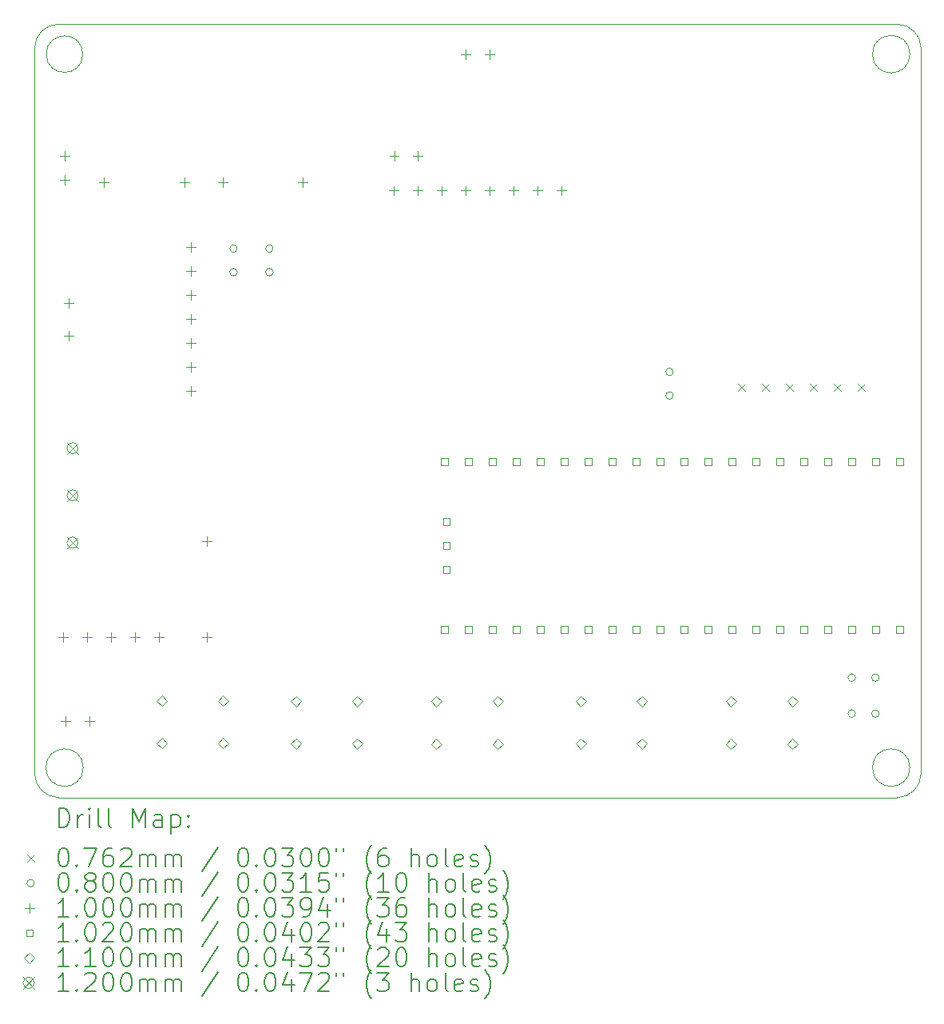
<source format=gbr>
%TF.GenerationSoftware,KiCad,Pcbnew,8.0.5*%
%TF.CreationDate,2025-01-03T00:20:52+01:00*%
%TF.ProjectId,Tortu,546f7274-752e-46b6-9963-61645f706362,rev?*%
%TF.SameCoordinates,Original*%
%TF.FileFunction,Drillmap*%
%TF.FilePolarity,Positive*%
%FSLAX45Y45*%
G04 Gerber Fmt 4.5, Leading zero omitted, Abs format (unit mm)*
G04 Created by KiCad (PCBNEW 8.0.5) date 2025-01-03 00:20:52*
%MOMM*%
%LPD*%
G01*
G04 APERTURE LIST*
%ADD10C,0.050000*%
%ADD11C,0.200000*%
%ADD12C,0.100000*%
%ADD13C,0.102000*%
%ADD14C,0.110000*%
%ADD15C,0.120000*%
G04 APERTURE END LIST*
D10*
X12192000Y-14097000D02*
X21082000Y-14097000D01*
X12453880Y-13779500D02*
G75*
G02*
X12057120Y-13779500I-198380J0D01*
G01*
X12057120Y-13779500D02*
G75*
G02*
X12453880Y-13779500I198380J0D01*
G01*
X12448941Y-6223000D02*
G75*
G02*
X12062059Y-6223000I-193441J0D01*
G01*
X12062059Y-6223000D02*
G75*
G02*
X12448941Y-6223000I193441J0D01*
G01*
X21216880Y-13779500D02*
G75*
G02*
X20820120Y-13779500I-198380J0D01*
G01*
X20820120Y-13779500D02*
G75*
G02*
X21216880Y-13779500I198380J0D01*
G01*
X11938000Y-6159500D02*
X11938000Y-13843000D01*
X12192000Y-14097000D02*
G75*
G02*
X11938000Y-13843000I0J254000D01*
G01*
X11938000Y-6159500D02*
G75*
G02*
X12192000Y-5905500I254000J0D01*
G01*
X21336000Y-13843000D02*
G75*
G02*
X21082000Y-14097000I-254000J0D01*
G01*
X21082000Y-5905500D02*
G75*
G02*
X21336000Y-6159500I0J-254000D01*
G01*
X21216880Y-6223000D02*
G75*
G02*
X20820120Y-6223000I-198380J0D01*
G01*
X20820120Y-6223000D02*
G75*
G02*
X21216880Y-6223000I198380J0D01*
G01*
X21336000Y-13843000D02*
X21336000Y-6159500D01*
X12192000Y-5905500D02*
X21082000Y-5905500D01*
D11*
D12*
X19392900Y-9715500D02*
X19469100Y-9791700D01*
X19469100Y-9715500D02*
X19392900Y-9791700D01*
X19646900Y-9715500D02*
X19723100Y-9791700D01*
X19723100Y-9715500D02*
X19646900Y-9791700D01*
X19900900Y-9715500D02*
X19977100Y-9791700D01*
X19977100Y-9715500D02*
X19900900Y-9791700D01*
X20154900Y-9715500D02*
X20231100Y-9791700D01*
X20231100Y-9715500D02*
X20154900Y-9791700D01*
X20408900Y-9715500D02*
X20485100Y-9791700D01*
X20485100Y-9715500D02*
X20408900Y-9791700D01*
X20662900Y-9715500D02*
X20739100Y-9791700D01*
X20739100Y-9715500D02*
X20662900Y-9791700D01*
X14086200Y-8282400D02*
G75*
G02*
X14006200Y-8282400I-40000J0D01*
G01*
X14006200Y-8282400D02*
G75*
G02*
X14086200Y-8282400I40000J0D01*
G01*
X14086200Y-8532400D02*
G75*
G02*
X14006200Y-8532400I-40000J0D01*
G01*
X14006200Y-8532400D02*
G75*
G02*
X14086200Y-8532400I40000J0D01*
G01*
X14467200Y-8282400D02*
G75*
G02*
X14387200Y-8282400I-40000J0D01*
G01*
X14387200Y-8282400D02*
G75*
G02*
X14467200Y-8282400I40000J0D01*
G01*
X14467200Y-8532400D02*
G75*
G02*
X14387200Y-8532400I-40000J0D01*
G01*
X14387200Y-8532400D02*
G75*
G02*
X14467200Y-8532400I40000J0D01*
G01*
X18709000Y-9588500D02*
G75*
G02*
X18629000Y-9588500I-40000J0D01*
G01*
X18629000Y-9588500D02*
G75*
G02*
X18709000Y-9588500I40000J0D01*
G01*
X18709000Y-9838500D02*
G75*
G02*
X18629000Y-9838500I-40000J0D01*
G01*
X18629000Y-9838500D02*
G75*
G02*
X18709000Y-9838500I40000J0D01*
G01*
X20641400Y-12827000D02*
G75*
G02*
X20561400Y-12827000I-40000J0D01*
G01*
X20561400Y-12827000D02*
G75*
G02*
X20641400Y-12827000I40000J0D01*
G01*
X20641400Y-13208000D02*
G75*
G02*
X20561400Y-13208000I-40000J0D01*
G01*
X20561400Y-13208000D02*
G75*
G02*
X20641400Y-13208000I40000J0D01*
G01*
X20891400Y-12827000D02*
G75*
G02*
X20811400Y-12827000I-40000J0D01*
G01*
X20811400Y-12827000D02*
G75*
G02*
X20891400Y-12827000I40000J0D01*
G01*
X20891400Y-13208000D02*
G75*
G02*
X20811400Y-13208000I-40000J0D01*
G01*
X20811400Y-13208000D02*
G75*
G02*
X20891400Y-13208000I40000J0D01*
G01*
X12242800Y-12345200D02*
X12242800Y-12445200D01*
X12192800Y-12395200D02*
X12292800Y-12395200D01*
X12255500Y-7252500D02*
X12255500Y-7352500D01*
X12205500Y-7302500D02*
X12305500Y-7302500D01*
X12255500Y-7506500D02*
X12255500Y-7606500D01*
X12205500Y-7556500D02*
X12305500Y-7556500D01*
X12268200Y-13234200D02*
X12268200Y-13334200D01*
X12218200Y-13284200D02*
X12318200Y-13284200D01*
X12298500Y-8809000D02*
X12298500Y-8909000D01*
X12248500Y-8859000D02*
X12348500Y-8859000D01*
X12298500Y-9159000D02*
X12298500Y-9259000D01*
X12248500Y-9209000D02*
X12348500Y-9209000D01*
X12496800Y-12345200D02*
X12496800Y-12445200D01*
X12446800Y-12395200D02*
X12546800Y-12395200D01*
X12522200Y-13234200D02*
X12522200Y-13334200D01*
X12472200Y-13284200D02*
X12572200Y-13284200D01*
X12674600Y-7533600D02*
X12674600Y-7633600D01*
X12624600Y-7583600D02*
X12724600Y-7583600D01*
X12750800Y-12345200D02*
X12750800Y-12445200D01*
X12700800Y-12395200D02*
X12800800Y-12395200D01*
X13004800Y-12345200D02*
X13004800Y-12445200D01*
X12954800Y-12395200D02*
X13054800Y-12395200D01*
X13258800Y-12345200D02*
X13258800Y-12445200D01*
X13208800Y-12395200D02*
X13308800Y-12395200D01*
X13525500Y-7533600D02*
X13525500Y-7633600D01*
X13475500Y-7583600D02*
X13575500Y-7583600D01*
X13593900Y-8217000D02*
X13593900Y-8317000D01*
X13543900Y-8267000D02*
X13643900Y-8267000D01*
X13593900Y-8471000D02*
X13593900Y-8571000D01*
X13543900Y-8521000D02*
X13643900Y-8521000D01*
X13593900Y-8725000D02*
X13593900Y-8825000D01*
X13543900Y-8775000D02*
X13643900Y-8775000D01*
X13593900Y-8979000D02*
X13593900Y-9079000D01*
X13543900Y-9029000D02*
X13643900Y-9029000D01*
X13593900Y-9233000D02*
X13593900Y-9333000D01*
X13543900Y-9283000D02*
X13643900Y-9283000D01*
X13593900Y-9487000D02*
X13593900Y-9587000D01*
X13543900Y-9537000D02*
X13643900Y-9537000D01*
X13593900Y-9741000D02*
X13593900Y-9841000D01*
X13543900Y-9791000D02*
X13643900Y-9791000D01*
X13766800Y-11329200D02*
X13766800Y-11429200D01*
X13716800Y-11379200D02*
X13816800Y-11379200D01*
X13766800Y-12345200D02*
X13766800Y-12445200D01*
X13716800Y-12395200D02*
X13816800Y-12395200D01*
X13931900Y-7533600D02*
X13931900Y-7633600D01*
X13881900Y-7583600D02*
X13981900Y-7583600D01*
X14782800Y-7533600D02*
X14782800Y-7633600D01*
X14732800Y-7583600D02*
X14832800Y-7583600D01*
X15747720Y-7618550D02*
X15747720Y-7718550D01*
X15697720Y-7668550D02*
X15797720Y-7668550D01*
X15750000Y-7252500D02*
X15750000Y-7352500D01*
X15700000Y-7302500D02*
X15800000Y-7302500D01*
X16000000Y-7252500D02*
X16000000Y-7352500D01*
X15950000Y-7302500D02*
X16050000Y-7302500D01*
X16001720Y-7618550D02*
X16001720Y-7718550D01*
X15951720Y-7668550D02*
X16051720Y-7668550D01*
X16255720Y-7618550D02*
X16255720Y-7718550D01*
X16205720Y-7668550D02*
X16305720Y-7668550D01*
X16509720Y-7618550D02*
X16509720Y-7718550D01*
X16459720Y-7668550D02*
X16559720Y-7668550D01*
X16510000Y-6173000D02*
X16510000Y-6273000D01*
X16460000Y-6223000D02*
X16560000Y-6223000D01*
X16763720Y-7618550D02*
X16763720Y-7718550D01*
X16713720Y-7668550D02*
X16813720Y-7668550D01*
X16764000Y-6173000D02*
X16764000Y-6273000D01*
X16714000Y-6223000D02*
X16814000Y-6223000D01*
X17017720Y-7618550D02*
X17017720Y-7718550D01*
X16967720Y-7668550D02*
X17067720Y-7668550D01*
X17271720Y-7618550D02*
X17271720Y-7718550D01*
X17221720Y-7668550D02*
X17321720Y-7668550D01*
X17525720Y-7618550D02*
X17525720Y-7718550D01*
X17475720Y-7668550D02*
X17575720Y-7668550D01*
D13*
X16317463Y-10577063D02*
X16317463Y-10504937D01*
X16245337Y-10504937D01*
X16245337Y-10577063D01*
X16317463Y-10577063D01*
X16317463Y-12355063D02*
X16317463Y-12282937D01*
X16245337Y-12282937D01*
X16245337Y-12355063D01*
X16317463Y-12355063D01*
X16340463Y-11212063D02*
X16340463Y-11139937D01*
X16268337Y-11139937D01*
X16268337Y-11212063D01*
X16340463Y-11212063D01*
X16340463Y-11466063D02*
X16340463Y-11393937D01*
X16268337Y-11393937D01*
X16268337Y-11466063D01*
X16340463Y-11466063D01*
X16340463Y-11720063D02*
X16340463Y-11647937D01*
X16268337Y-11647937D01*
X16268337Y-11720063D01*
X16340463Y-11720063D01*
X16571463Y-10577063D02*
X16571463Y-10504937D01*
X16499337Y-10504937D01*
X16499337Y-10577063D01*
X16571463Y-10577063D01*
X16571463Y-12355063D02*
X16571463Y-12282937D01*
X16499337Y-12282937D01*
X16499337Y-12355063D01*
X16571463Y-12355063D01*
X16825463Y-10577063D02*
X16825463Y-10504937D01*
X16753337Y-10504937D01*
X16753337Y-10577063D01*
X16825463Y-10577063D01*
X16825463Y-12355063D02*
X16825463Y-12282937D01*
X16753337Y-12282937D01*
X16753337Y-12355063D01*
X16825463Y-12355063D01*
X17079463Y-10577063D02*
X17079463Y-10504937D01*
X17007337Y-10504937D01*
X17007337Y-10577063D01*
X17079463Y-10577063D01*
X17079463Y-12355063D02*
X17079463Y-12282937D01*
X17007337Y-12282937D01*
X17007337Y-12355063D01*
X17079463Y-12355063D01*
X17333463Y-10577063D02*
X17333463Y-10504937D01*
X17261337Y-10504937D01*
X17261337Y-10577063D01*
X17333463Y-10577063D01*
X17333463Y-12355063D02*
X17333463Y-12282937D01*
X17261337Y-12282937D01*
X17261337Y-12355063D01*
X17333463Y-12355063D01*
X17587463Y-10577063D02*
X17587463Y-10504937D01*
X17515337Y-10504937D01*
X17515337Y-10577063D01*
X17587463Y-10577063D01*
X17587463Y-12355063D02*
X17587463Y-12282937D01*
X17515337Y-12282937D01*
X17515337Y-12355063D01*
X17587463Y-12355063D01*
X17841463Y-10577063D02*
X17841463Y-10504937D01*
X17769337Y-10504937D01*
X17769337Y-10577063D01*
X17841463Y-10577063D01*
X17841463Y-12355063D02*
X17841463Y-12282937D01*
X17769337Y-12282937D01*
X17769337Y-12355063D01*
X17841463Y-12355063D01*
X18095463Y-10577063D02*
X18095463Y-10504937D01*
X18023337Y-10504937D01*
X18023337Y-10577063D01*
X18095463Y-10577063D01*
X18095463Y-12355063D02*
X18095463Y-12282937D01*
X18023337Y-12282937D01*
X18023337Y-12355063D01*
X18095463Y-12355063D01*
X18349463Y-10577063D02*
X18349463Y-10504937D01*
X18277337Y-10504937D01*
X18277337Y-10577063D01*
X18349463Y-10577063D01*
X18349463Y-12355063D02*
X18349463Y-12282937D01*
X18277337Y-12282937D01*
X18277337Y-12355063D01*
X18349463Y-12355063D01*
X18603463Y-10577063D02*
X18603463Y-10504937D01*
X18531337Y-10504937D01*
X18531337Y-10577063D01*
X18603463Y-10577063D01*
X18603463Y-12355063D02*
X18603463Y-12282937D01*
X18531337Y-12282937D01*
X18531337Y-12355063D01*
X18603463Y-12355063D01*
X18857463Y-10577063D02*
X18857463Y-10504937D01*
X18785337Y-10504937D01*
X18785337Y-10577063D01*
X18857463Y-10577063D01*
X18857463Y-12355063D02*
X18857463Y-12282937D01*
X18785337Y-12282937D01*
X18785337Y-12355063D01*
X18857463Y-12355063D01*
X19111463Y-10577063D02*
X19111463Y-10504937D01*
X19039337Y-10504937D01*
X19039337Y-10577063D01*
X19111463Y-10577063D01*
X19111463Y-12355063D02*
X19111463Y-12282937D01*
X19039337Y-12282937D01*
X19039337Y-12355063D01*
X19111463Y-12355063D01*
X19365463Y-10577063D02*
X19365463Y-10504937D01*
X19293337Y-10504937D01*
X19293337Y-10577063D01*
X19365463Y-10577063D01*
X19365463Y-12355063D02*
X19365463Y-12282937D01*
X19293337Y-12282937D01*
X19293337Y-12355063D01*
X19365463Y-12355063D01*
X19619463Y-10577063D02*
X19619463Y-10504937D01*
X19547337Y-10504937D01*
X19547337Y-10577063D01*
X19619463Y-10577063D01*
X19619463Y-12355063D02*
X19619463Y-12282937D01*
X19547337Y-12282937D01*
X19547337Y-12355063D01*
X19619463Y-12355063D01*
X19873463Y-10577063D02*
X19873463Y-10504937D01*
X19801337Y-10504937D01*
X19801337Y-10577063D01*
X19873463Y-10577063D01*
X19873463Y-12355063D02*
X19873463Y-12282937D01*
X19801337Y-12282937D01*
X19801337Y-12355063D01*
X19873463Y-12355063D01*
X20127463Y-10577063D02*
X20127463Y-10504937D01*
X20055337Y-10504937D01*
X20055337Y-10577063D01*
X20127463Y-10577063D01*
X20127463Y-12355063D02*
X20127463Y-12282937D01*
X20055337Y-12282937D01*
X20055337Y-12355063D01*
X20127463Y-12355063D01*
X20381463Y-10577063D02*
X20381463Y-10504937D01*
X20309337Y-10504937D01*
X20309337Y-10577063D01*
X20381463Y-10577063D01*
X20381463Y-12355063D02*
X20381463Y-12282937D01*
X20309337Y-12282937D01*
X20309337Y-12355063D01*
X20381463Y-12355063D01*
X20635463Y-10577063D02*
X20635463Y-10504937D01*
X20563337Y-10504937D01*
X20563337Y-10577063D01*
X20635463Y-10577063D01*
X20635463Y-12355063D02*
X20635463Y-12282937D01*
X20563337Y-12282937D01*
X20563337Y-12355063D01*
X20635463Y-12355063D01*
X20889463Y-10577063D02*
X20889463Y-10504937D01*
X20817337Y-10504937D01*
X20817337Y-10577063D01*
X20889463Y-10577063D01*
X20889463Y-12355063D02*
X20889463Y-12282937D01*
X20817337Y-12282937D01*
X20817337Y-12355063D01*
X20889463Y-12355063D01*
X21143463Y-10577063D02*
X21143463Y-10504937D01*
X21071337Y-10504937D01*
X21071337Y-10577063D01*
X21143463Y-10577063D01*
X21143463Y-12355063D02*
X21143463Y-12282937D01*
X21071337Y-12282937D01*
X21071337Y-12355063D01*
X21143463Y-12355063D01*
D14*
X13287100Y-13126900D02*
X13342100Y-13071900D01*
X13287100Y-13016900D01*
X13232100Y-13071900D01*
X13287100Y-13126900D01*
X13287100Y-13576900D02*
X13342100Y-13521900D01*
X13287100Y-13466900D01*
X13232100Y-13521900D01*
X13287100Y-13576900D01*
X13937100Y-13126900D02*
X13992100Y-13071900D01*
X13937100Y-13016900D01*
X13882100Y-13071900D01*
X13937100Y-13126900D01*
X13937100Y-13576900D02*
X13992100Y-13521900D01*
X13937100Y-13466900D01*
X13882100Y-13521900D01*
X13937100Y-13576900D01*
X14709500Y-13130500D02*
X14764500Y-13075500D01*
X14709500Y-13020500D01*
X14654500Y-13075500D01*
X14709500Y-13130500D01*
X14709500Y-13580500D02*
X14764500Y-13525500D01*
X14709500Y-13470500D01*
X14654500Y-13525500D01*
X14709500Y-13580500D01*
X15359500Y-13130500D02*
X15414500Y-13075500D01*
X15359500Y-13020500D01*
X15304500Y-13075500D01*
X15359500Y-13130500D01*
X15359500Y-13580500D02*
X15414500Y-13525500D01*
X15359500Y-13470500D01*
X15304500Y-13525500D01*
X15359500Y-13580500D01*
X16197700Y-13134100D02*
X16252700Y-13079100D01*
X16197700Y-13024100D01*
X16142700Y-13079100D01*
X16197700Y-13134100D01*
X16197700Y-13584100D02*
X16252700Y-13529100D01*
X16197700Y-13474100D01*
X16142700Y-13529100D01*
X16197700Y-13584100D01*
X16847700Y-13134100D02*
X16902700Y-13079100D01*
X16847700Y-13024100D01*
X16792700Y-13079100D01*
X16847700Y-13134100D01*
X16847700Y-13584100D02*
X16902700Y-13529100D01*
X16847700Y-13474100D01*
X16792700Y-13529100D01*
X16847700Y-13584100D01*
X17726900Y-13130500D02*
X17781900Y-13075500D01*
X17726900Y-13020500D01*
X17671900Y-13075500D01*
X17726900Y-13130500D01*
X17726900Y-13580500D02*
X17781900Y-13525500D01*
X17726900Y-13470500D01*
X17671900Y-13525500D01*
X17726900Y-13580500D01*
X18376900Y-13130500D02*
X18431900Y-13075500D01*
X18376900Y-13020500D01*
X18321900Y-13075500D01*
X18376900Y-13130500D01*
X18376900Y-13580500D02*
X18431900Y-13525500D01*
X18376900Y-13470500D01*
X18321900Y-13525500D01*
X18376900Y-13580500D01*
X19321900Y-13134100D02*
X19376900Y-13079100D01*
X19321900Y-13024100D01*
X19266900Y-13079100D01*
X19321900Y-13134100D01*
X19321900Y-13584100D02*
X19376900Y-13529100D01*
X19321900Y-13474100D01*
X19266900Y-13529100D01*
X19321900Y-13584100D01*
X19971900Y-13134100D02*
X20026900Y-13079100D01*
X19971900Y-13024100D01*
X19916900Y-13079100D01*
X19971900Y-13134100D01*
X19971900Y-13584100D02*
X20026900Y-13529100D01*
X19971900Y-13474100D01*
X19916900Y-13529100D01*
X19971900Y-13584100D01*
D15*
X12279800Y-10336600D02*
X12399800Y-10456600D01*
X12399800Y-10336600D02*
X12279800Y-10456600D01*
X12399800Y-10396600D02*
G75*
G02*
X12279800Y-10396600I-60000J0D01*
G01*
X12279800Y-10396600D02*
G75*
G02*
X12399800Y-10396600I60000J0D01*
G01*
X12279800Y-10836600D02*
X12399800Y-10956600D01*
X12399800Y-10836600D02*
X12279800Y-10956600D01*
X12399800Y-10896600D02*
G75*
G02*
X12279800Y-10896600I-60000J0D01*
G01*
X12279800Y-10896600D02*
G75*
G02*
X12399800Y-10896600I60000J0D01*
G01*
X12279800Y-11336600D02*
X12399800Y-11456600D01*
X12399800Y-11336600D02*
X12279800Y-11456600D01*
X12399800Y-11396600D02*
G75*
G02*
X12279800Y-11396600I-60000J0D01*
G01*
X12279800Y-11396600D02*
G75*
G02*
X12399800Y-11396600I60000J0D01*
G01*
D11*
X12196277Y-14410984D02*
X12196277Y-14210984D01*
X12196277Y-14210984D02*
X12243896Y-14210984D01*
X12243896Y-14210984D02*
X12272467Y-14220508D01*
X12272467Y-14220508D02*
X12291515Y-14239555D01*
X12291515Y-14239555D02*
X12301039Y-14258603D01*
X12301039Y-14258603D02*
X12310562Y-14296698D01*
X12310562Y-14296698D02*
X12310562Y-14325269D01*
X12310562Y-14325269D02*
X12301039Y-14363365D01*
X12301039Y-14363365D02*
X12291515Y-14382412D01*
X12291515Y-14382412D02*
X12272467Y-14401460D01*
X12272467Y-14401460D02*
X12243896Y-14410984D01*
X12243896Y-14410984D02*
X12196277Y-14410984D01*
X12396277Y-14410984D02*
X12396277Y-14277650D01*
X12396277Y-14315746D02*
X12405801Y-14296698D01*
X12405801Y-14296698D02*
X12415324Y-14287174D01*
X12415324Y-14287174D02*
X12434372Y-14277650D01*
X12434372Y-14277650D02*
X12453420Y-14277650D01*
X12520086Y-14410984D02*
X12520086Y-14277650D01*
X12520086Y-14210984D02*
X12510562Y-14220508D01*
X12510562Y-14220508D02*
X12520086Y-14230031D01*
X12520086Y-14230031D02*
X12529610Y-14220508D01*
X12529610Y-14220508D02*
X12520086Y-14210984D01*
X12520086Y-14210984D02*
X12520086Y-14230031D01*
X12643896Y-14410984D02*
X12624848Y-14401460D01*
X12624848Y-14401460D02*
X12615324Y-14382412D01*
X12615324Y-14382412D02*
X12615324Y-14210984D01*
X12748658Y-14410984D02*
X12729610Y-14401460D01*
X12729610Y-14401460D02*
X12720086Y-14382412D01*
X12720086Y-14382412D02*
X12720086Y-14210984D01*
X12977229Y-14410984D02*
X12977229Y-14210984D01*
X12977229Y-14210984D02*
X13043896Y-14353841D01*
X13043896Y-14353841D02*
X13110562Y-14210984D01*
X13110562Y-14210984D02*
X13110562Y-14410984D01*
X13291515Y-14410984D02*
X13291515Y-14306222D01*
X13291515Y-14306222D02*
X13281991Y-14287174D01*
X13281991Y-14287174D02*
X13262943Y-14277650D01*
X13262943Y-14277650D02*
X13224848Y-14277650D01*
X13224848Y-14277650D02*
X13205801Y-14287174D01*
X13291515Y-14401460D02*
X13272467Y-14410984D01*
X13272467Y-14410984D02*
X13224848Y-14410984D01*
X13224848Y-14410984D02*
X13205801Y-14401460D01*
X13205801Y-14401460D02*
X13196277Y-14382412D01*
X13196277Y-14382412D02*
X13196277Y-14363365D01*
X13196277Y-14363365D02*
X13205801Y-14344317D01*
X13205801Y-14344317D02*
X13224848Y-14334793D01*
X13224848Y-14334793D02*
X13272467Y-14334793D01*
X13272467Y-14334793D02*
X13291515Y-14325269D01*
X13386753Y-14277650D02*
X13386753Y-14477650D01*
X13386753Y-14287174D02*
X13405801Y-14277650D01*
X13405801Y-14277650D02*
X13443896Y-14277650D01*
X13443896Y-14277650D02*
X13462943Y-14287174D01*
X13462943Y-14287174D02*
X13472467Y-14296698D01*
X13472467Y-14296698D02*
X13481991Y-14315746D01*
X13481991Y-14315746D02*
X13481991Y-14372888D01*
X13481991Y-14372888D02*
X13472467Y-14391936D01*
X13472467Y-14391936D02*
X13462943Y-14401460D01*
X13462943Y-14401460D02*
X13443896Y-14410984D01*
X13443896Y-14410984D02*
X13405801Y-14410984D01*
X13405801Y-14410984D02*
X13386753Y-14401460D01*
X13567705Y-14391936D02*
X13577229Y-14401460D01*
X13577229Y-14401460D02*
X13567705Y-14410984D01*
X13567705Y-14410984D02*
X13558182Y-14401460D01*
X13558182Y-14401460D02*
X13567705Y-14391936D01*
X13567705Y-14391936D02*
X13567705Y-14410984D01*
X13567705Y-14287174D02*
X13577229Y-14296698D01*
X13577229Y-14296698D02*
X13567705Y-14306222D01*
X13567705Y-14306222D02*
X13558182Y-14296698D01*
X13558182Y-14296698D02*
X13567705Y-14287174D01*
X13567705Y-14287174D02*
X13567705Y-14306222D01*
D12*
X11859300Y-14701400D02*
X11935500Y-14777600D01*
X11935500Y-14701400D02*
X11859300Y-14777600D01*
D11*
X12234372Y-14630984D02*
X12253420Y-14630984D01*
X12253420Y-14630984D02*
X12272467Y-14640508D01*
X12272467Y-14640508D02*
X12281991Y-14650031D01*
X12281991Y-14650031D02*
X12291515Y-14669079D01*
X12291515Y-14669079D02*
X12301039Y-14707174D01*
X12301039Y-14707174D02*
X12301039Y-14754793D01*
X12301039Y-14754793D02*
X12291515Y-14792888D01*
X12291515Y-14792888D02*
X12281991Y-14811936D01*
X12281991Y-14811936D02*
X12272467Y-14821460D01*
X12272467Y-14821460D02*
X12253420Y-14830984D01*
X12253420Y-14830984D02*
X12234372Y-14830984D01*
X12234372Y-14830984D02*
X12215324Y-14821460D01*
X12215324Y-14821460D02*
X12205801Y-14811936D01*
X12205801Y-14811936D02*
X12196277Y-14792888D01*
X12196277Y-14792888D02*
X12186753Y-14754793D01*
X12186753Y-14754793D02*
X12186753Y-14707174D01*
X12186753Y-14707174D02*
X12196277Y-14669079D01*
X12196277Y-14669079D02*
X12205801Y-14650031D01*
X12205801Y-14650031D02*
X12215324Y-14640508D01*
X12215324Y-14640508D02*
X12234372Y-14630984D01*
X12386753Y-14811936D02*
X12396277Y-14821460D01*
X12396277Y-14821460D02*
X12386753Y-14830984D01*
X12386753Y-14830984D02*
X12377229Y-14821460D01*
X12377229Y-14821460D02*
X12386753Y-14811936D01*
X12386753Y-14811936D02*
X12386753Y-14830984D01*
X12462943Y-14630984D02*
X12596277Y-14630984D01*
X12596277Y-14630984D02*
X12510562Y-14830984D01*
X12758182Y-14630984D02*
X12720086Y-14630984D01*
X12720086Y-14630984D02*
X12701039Y-14640508D01*
X12701039Y-14640508D02*
X12691515Y-14650031D01*
X12691515Y-14650031D02*
X12672467Y-14678603D01*
X12672467Y-14678603D02*
X12662943Y-14716698D01*
X12662943Y-14716698D02*
X12662943Y-14792888D01*
X12662943Y-14792888D02*
X12672467Y-14811936D01*
X12672467Y-14811936D02*
X12681991Y-14821460D01*
X12681991Y-14821460D02*
X12701039Y-14830984D01*
X12701039Y-14830984D02*
X12739134Y-14830984D01*
X12739134Y-14830984D02*
X12758182Y-14821460D01*
X12758182Y-14821460D02*
X12767705Y-14811936D01*
X12767705Y-14811936D02*
X12777229Y-14792888D01*
X12777229Y-14792888D02*
X12777229Y-14745269D01*
X12777229Y-14745269D02*
X12767705Y-14726222D01*
X12767705Y-14726222D02*
X12758182Y-14716698D01*
X12758182Y-14716698D02*
X12739134Y-14707174D01*
X12739134Y-14707174D02*
X12701039Y-14707174D01*
X12701039Y-14707174D02*
X12681991Y-14716698D01*
X12681991Y-14716698D02*
X12672467Y-14726222D01*
X12672467Y-14726222D02*
X12662943Y-14745269D01*
X12853420Y-14650031D02*
X12862943Y-14640508D01*
X12862943Y-14640508D02*
X12881991Y-14630984D01*
X12881991Y-14630984D02*
X12929610Y-14630984D01*
X12929610Y-14630984D02*
X12948658Y-14640508D01*
X12948658Y-14640508D02*
X12958182Y-14650031D01*
X12958182Y-14650031D02*
X12967705Y-14669079D01*
X12967705Y-14669079D02*
X12967705Y-14688127D01*
X12967705Y-14688127D02*
X12958182Y-14716698D01*
X12958182Y-14716698D02*
X12843896Y-14830984D01*
X12843896Y-14830984D02*
X12967705Y-14830984D01*
X13053420Y-14830984D02*
X13053420Y-14697650D01*
X13053420Y-14716698D02*
X13062943Y-14707174D01*
X13062943Y-14707174D02*
X13081991Y-14697650D01*
X13081991Y-14697650D02*
X13110563Y-14697650D01*
X13110563Y-14697650D02*
X13129610Y-14707174D01*
X13129610Y-14707174D02*
X13139134Y-14726222D01*
X13139134Y-14726222D02*
X13139134Y-14830984D01*
X13139134Y-14726222D02*
X13148658Y-14707174D01*
X13148658Y-14707174D02*
X13167705Y-14697650D01*
X13167705Y-14697650D02*
X13196277Y-14697650D01*
X13196277Y-14697650D02*
X13215324Y-14707174D01*
X13215324Y-14707174D02*
X13224848Y-14726222D01*
X13224848Y-14726222D02*
X13224848Y-14830984D01*
X13320086Y-14830984D02*
X13320086Y-14697650D01*
X13320086Y-14716698D02*
X13329610Y-14707174D01*
X13329610Y-14707174D02*
X13348658Y-14697650D01*
X13348658Y-14697650D02*
X13377229Y-14697650D01*
X13377229Y-14697650D02*
X13396277Y-14707174D01*
X13396277Y-14707174D02*
X13405801Y-14726222D01*
X13405801Y-14726222D02*
X13405801Y-14830984D01*
X13405801Y-14726222D02*
X13415324Y-14707174D01*
X13415324Y-14707174D02*
X13434372Y-14697650D01*
X13434372Y-14697650D02*
X13462943Y-14697650D01*
X13462943Y-14697650D02*
X13481991Y-14707174D01*
X13481991Y-14707174D02*
X13491515Y-14726222D01*
X13491515Y-14726222D02*
X13491515Y-14830984D01*
X13881991Y-14621460D02*
X13710563Y-14878603D01*
X14139134Y-14630984D02*
X14158182Y-14630984D01*
X14158182Y-14630984D02*
X14177229Y-14640508D01*
X14177229Y-14640508D02*
X14186753Y-14650031D01*
X14186753Y-14650031D02*
X14196277Y-14669079D01*
X14196277Y-14669079D02*
X14205801Y-14707174D01*
X14205801Y-14707174D02*
X14205801Y-14754793D01*
X14205801Y-14754793D02*
X14196277Y-14792888D01*
X14196277Y-14792888D02*
X14186753Y-14811936D01*
X14186753Y-14811936D02*
X14177229Y-14821460D01*
X14177229Y-14821460D02*
X14158182Y-14830984D01*
X14158182Y-14830984D02*
X14139134Y-14830984D01*
X14139134Y-14830984D02*
X14120086Y-14821460D01*
X14120086Y-14821460D02*
X14110563Y-14811936D01*
X14110563Y-14811936D02*
X14101039Y-14792888D01*
X14101039Y-14792888D02*
X14091515Y-14754793D01*
X14091515Y-14754793D02*
X14091515Y-14707174D01*
X14091515Y-14707174D02*
X14101039Y-14669079D01*
X14101039Y-14669079D02*
X14110563Y-14650031D01*
X14110563Y-14650031D02*
X14120086Y-14640508D01*
X14120086Y-14640508D02*
X14139134Y-14630984D01*
X14291515Y-14811936D02*
X14301039Y-14821460D01*
X14301039Y-14821460D02*
X14291515Y-14830984D01*
X14291515Y-14830984D02*
X14281991Y-14821460D01*
X14281991Y-14821460D02*
X14291515Y-14811936D01*
X14291515Y-14811936D02*
X14291515Y-14830984D01*
X14424848Y-14630984D02*
X14443896Y-14630984D01*
X14443896Y-14630984D02*
X14462944Y-14640508D01*
X14462944Y-14640508D02*
X14472467Y-14650031D01*
X14472467Y-14650031D02*
X14481991Y-14669079D01*
X14481991Y-14669079D02*
X14491515Y-14707174D01*
X14491515Y-14707174D02*
X14491515Y-14754793D01*
X14491515Y-14754793D02*
X14481991Y-14792888D01*
X14481991Y-14792888D02*
X14472467Y-14811936D01*
X14472467Y-14811936D02*
X14462944Y-14821460D01*
X14462944Y-14821460D02*
X14443896Y-14830984D01*
X14443896Y-14830984D02*
X14424848Y-14830984D01*
X14424848Y-14830984D02*
X14405801Y-14821460D01*
X14405801Y-14821460D02*
X14396277Y-14811936D01*
X14396277Y-14811936D02*
X14386753Y-14792888D01*
X14386753Y-14792888D02*
X14377229Y-14754793D01*
X14377229Y-14754793D02*
X14377229Y-14707174D01*
X14377229Y-14707174D02*
X14386753Y-14669079D01*
X14386753Y-14669079D02*
X14396277Y-14650031D01*
X14396277Y-14650031D02*
X14405801Y-14640508D01*
X14405801Y-14640508D02*
X14424848Y-14630984D01*
X14558182Y-14630984D02*
X14681991Y-14630984D01*
X14681991Y-14630984D02*
X14615325Y-14707174D01*
X14615325Y-14707174D02*
X14643896Y-14707174D01*
X14643896Y-14707174D02*
X14662944Y-14716698D01*
X14662944Y-14716698D02*
X14672467Y-14726222D01*
X14672467Y-14726222D02*
X14681991Y-14745269D01*
X14681991Y-14745269D02*
X14681991Y-14792888D01*
X14681991Y-14792888D02*
X14672467Y-14811936D01*
X14672467Y-14811936D02*
X14662944Y-14821460D01*
X14662944Y-14821460D02*
X14643896Y-14830984D01*
X14643896Y-14830984D02*
X14586753Y-14830984D01*
X14586753Y-14830984D02*
X14567706Y-14821460D01*
X14567706Y-14821460D02*
X14558182Y-14811936D01*
X14805801Y-14630984D02*
X14824848Y-14630984D01*
X14824848Y-14630984D02*
X14843896Y-14640508D01*
X14843896Y-14640508D02*
X14853420Y-14650031D01*
X14853420Y-14650031D02*
X14862944Y-14669079D01*
X14862944Y-14669079D02*
X14872467Y-14707174D01*
X14872467Y-14707174D02*
X14872467Y-14754793D01*
X14872467Y-14754793D02*
X14862944Y-14792888D01*
X14862944Y-14792888D02*
X14853420Y-14811936D01*
X14853420Y-14811936D02*
X14843896Y-14821460D01*
X14843896Y-14821460D02*
X14824848Y-14830984D01*
X14824848Y-14830984D02*
X14805801Y-14830984D01*
X14805801Y-14830984D02*
X14786753Y-14821460D01*
X14786753Y-14821460D02*
X14777229Y-14811936D01*
X14777229Y-14811936D02*
X14767706Y-14792888D01*
X14767706Y-14792888D02*
X14758182Y-14754793D01*
X14758182Y-14754793D02*
X14758182Y-14707174D01*
X14758182Y-14707174D02*
X14767706Y-14669079D01*
X14767706Y-14669079D02*
X14777229Y-14650031D01*
X14777229Y-14650031D02*
X14786753Y-14640508D01*
X14786753Y-14640508D02*
X14805801Y-14630984D01*
X14996277Y-14630984D02*
X15015325Y-14630984D01*
X15015325Y-14630984D02*
X15034372Y-14640508D01*
X15034372Y-14640508D02*
X15043896Y-14650031D01*
X15043896Y-14650031D02*
X15053420Y-14669079D01*
X15053420Y-14669079D02*
X15062944Y-14707174D01*
X15062944Y-14707174D02*
X15062944Y-14754793D01*
X15062944Y-14754793D02*
X15053420Y-14792888D01*
X15053420Y-14792888D02*
X15043896Y-14811936D01*
X15043896Y-14811936D02*
X15034372Y-14821460D01*
X15034372Y-14821460D02*
X15015325Y-14830984D01*
X15015325Y-14830984D02*
X14996277Y-14830984D01*
X14996277Y-14830984D02*
X14977229Y-14821460D01*
X14977229Y-14821460D02*
X14967706Y-14811936D01*
X14967706Y-14811936D02*
X14958182Y-14792888D01*
X14958182Y-14792888D02*
X14948658Y-14754793D01*
X14948658Y-14754793D02*
X14948658Y-14707174D01*
X14948658Y-14707174D02*
X14958182Y-14669079D01*
X14958182Y-14669079D02*
X14967706Y-14650031D01*
X14967706Y-14650031D02*
X14977229Y-14640508D01*
X14977229Y-14640508D02*
X14996277Y-14630984D01*
X15139134Y-14630984D02*
X15139134Y-14669079D01*
X15215325Y-14630984D02*
X15215325Y-14669079D01*
X15510563Y-14907174D02*
X15501039Y-14897650D01*
X15501039Y-14897650D02*
X15481991Y-14869079D01*
X15481991Y-14869079D02*
X15472468Y-14850031D01*
X15472468Y-14850031D02*
X15462944Y-14821460D01*
X15462944Y-14821460D02*
X15453420Y-14773841D01*
X15453420Y-14773841D02*
X15453420Y-14735746D01*
X15453420Y-14735746D02*
X15462944Y-14688127D01*
X15462944Y-14688127D02*
X15472468Y-14659555D01*
X15472468Y-14659555D02*
X15481991Y-14640508D01*
X15481991Y-14640508D02*
X15501039Y-14611936D01*
X15501039Y-14611936D02*
X15510563Y-14602412D01*
X15672468Y-14630984D02*
X15634372Y-14630984D01*
X15634372Y-14630984D02*
X15615325Y-14640508D01*
X15615325Y-14640508D02*
X15605801Y-14650031D01*
X15605801Y-14650031D02*
X15586753Y-14678603D01*
X15586753Y-14678603D02*
X15577229Y-14716698D01*
X15577229Y-14716698D02*
X15577229Y-14792888D01*
X15577229Y-14792888D02*
X15586753Y-14811936D01*
X15586753Y-14811936D02*
X15596277Y-14821460D01*
X15596277Y-14821460D02*
X15615325Y-14830984D01*
X15615325Y-14830984D02*
X15653420Y-14830984D01*
X15653420Y-14830984D02*
X15672468Y-14821460D01*
X15672468Y-14821460D02*
X15681991Y-14811936D01*
X15681991Y-14811936D02*
X15691515Y-14792888D01*
X15691515Y-14792888D02*
X15691515Y-14745269D01*
X15691515Y-14745269D02*
X15681991Y-14726222D01*
X15681991Y-14726222D02*
X15672468Y-14716698D01*
X15672468Y-14716698D02*
X15653420Y-14707174D01*
X15653420Y-14707174D02*
X15615325Y-14707174D01*
X15615325Y-14707174D02*
X15596277Y-14716698D01*
X15596277Y-14716698D02*
X15586753Y-14726222D01*
X15586753Y-14726222D02*
X15577229Y-14745269D01*
X15929610Y-14830984D02*
X15929610Y-14630984D01*
X16015325Y-14830984D02*
X16015325Y-14726222D01*
X16015325Y-14726222D02*
X16005801Y-14707174D01*
X16005801Y-14707174D02*
X15986753Y-14697650D01*
X15986753Y-14697650D02*
X15958182Y-14697650D01*
X15958182Y-14697650D02*
X15939134Y-14707174D01*
X15939134Y-14707174D02*
X15929610Y-14716698D01*
X16139134Y-14830984D02*
X16120087Y-14821460D01*
X16120087Y-14821460D02*
X16110563Y-14811936D01*
X16110563Y-14811936D02*
X16101039Y-14792888D01*
X16101039Y-14792888D02*
X16101039Y-14735746D01*
X16101039Y-14735746D02*
X16110563Y-14716698D01*
X16110563Y-14716698D02*
X16120087Y-14707174D01*
X16120087Y-14707174D02*
X16139134Y-14697650D01*
X16139134Y-14697650D02*
X16167706Y-14697650D01*
X16167706Y-14697650D02*
X16186753Y-14707174D01*
X16186753Y-14707174D02*
X16196277Y-14716698D01*
X16196277Y-14716698D02*
X16205801Y-14735746D01*
X16205801Y-14735746D02*
X16205801Y-14792888D01*
X16205801Y-14792888D02*
X16196277Y-14811936D01*
X16196277Y-14811936D02*
X16186753Y-14821460D01*
X16186753Y-14821460D02*
X16167706Y-14830984D01*
X16167706Y-14830984D02*
X16139134Y-14830984D01*
X16320087Y-14830984D02*
X16301039Y-14821460D01*
X16301039Y-14821460D02*
X16291515Y-14802412D01*
X16291515Y-14802412D02*
X16291515Y-14630984D01*
X16472468Y-14821460D02*
X16453420Y-14830984D01*
X16453420Y-14830984D02*
X16415325Y-14830984D01*
X16415325Y-14830984D02*
X16396277Y-14821460D01*
X16396277Y-14821460D02*
X16386753Y-14802412D01*
X16386753Y-14802412D02*
X16386753Y-14726222D01*
X16386753Y-14726222D02*
X16396277Y-14707174D01*
X16396277Y-14707174D02*
X16415325Y-14697650D01*
X16415325Y-14697650D02*
X16453420Y-14697650D01*
X16453420Y-14697650D02*
X16472468Y-14707174D01*
X16472468Y-14707174D02*
X16481991Y-14726222D01*
X16481991Y-14726222D02*
X16481991Y-14745269D01*
X16481991Y-14745269D02*
X16386753Y-14764317D01*
X16558182Y-14821460D02*
X16577230Y-14830984D01*
X16577230Y-14830984D02*
X16615325Y-14830984D01*
X16615325Y-14830984D02*
X16634372Y-14821460D01*
X16634372Y-14821460D02*
X16643896Y-14802412D01*
X16643896Y-14802412D02*
X16643896Y-14792888D01*
X16643896Y-14792888D02*
X16634372Y-14773841D01*
X16634372Y-14773841D02*
X16615325Y-14764317D01*
X16615325Y-14764317D02*
X16586753Y-14764317D01*
X16586753Y-14764317D02*
X16567706Y-14754793D01*
X16567706Y-14754793D02*
X16558182Y-14735746D01*
X16558182Y-14735746D02*
X16558182Y-14726222D01*
X16558182Y-14726222D02*
X16567706Y-14707174D01*
X16567706Y-14707174D02*
X16586753Y-14697650D01*
X16586753Y-14697650D02*
X16615325Y-14697650D01*
X16615325Y-14697650D02*
X16634372Y-14707174D01*
X16710563Y-14907174D02*
X16720087Y-14897650D01*
X16720087Y-14897650D02*
X16739134Y-14869079D01*
X16739134Y-14869079D02*
X16748658Y-14850031D01*
X16748658Y-14850031D02*
X16758182Y-14821460D01*
X16758182Y-14821460D02*
X16767706Y-14773841D01*
X16767706Y-14773841D02*
X16767706Y-14735746D01*
X16767706Y-14735746D02*
X16758182Y-14688127D01*
X16758182Y-14688127D02*
X16748658Y-14659555D01*
X16748658Y-14659555D02*
X16739134Y-14640508D01*
X16739134Y-14640508D02*
X16720087Y-14611936D01*
X16720087Y-14611936D02*
X16710563Y-14602412D01*
D12*
X11935500Y-15003500D02*
G75*
G02*
X11855500Y-15003500I-40000J0D01*
G01*
X11855500Y-15003500D02*
G75*
G02*
X11935500Y-15003500I40000J0D01*
G01*
D11*
X12234372Y-14894984D02*
X12253420Y-14894984D01*
X12253420Y-14894984D02*
X12272467Y-14904508D01*
X12272467Y-14904508D02*
X12281991Y-14914031D01*
X12281991Y-14914031D02*
X12291515Y-14933079D01*
X12291515Y-14933079D02*
X12301039Y-14971174D01*
X12301039Y-14971174D02*
X12301039Y-15018793D01*
X12301039Y-15018793D02*
X12291515Y-15056888D01*
X12291515Y-15056888D02*
X12281991Y-15075936D01*
X12281991Y-15075936D02*
X12272467Y-15085460D01*
X12272467Y-15085460D02*
X12253420Y-15094984D01*
X12253420Y-15094984D02*
X12234372Y-15094984D01*
X12234372Y-15094984D02*
X12215324Y-15085460D01*
X12215324Y-15085460D02*
X12205801Y-15075936D01*
X12205801Y-15075936D02*
X12196277Y-15056888D01*
X12196277Y-15056888D02*
X12186753Y-15018793D01*
X12186753Y-15018793D02*
X12186753Y-14971174D01*
X12186753Y-14971174D02*
X12196277Y-14933079D01*
X12196277Y-14933079D02*
X12205801Y-14914031D01*
X12205801Y-14914031D02*
X12215324Y-14904508D01*
X12215324Y-14904508D02*
X12234372Y-14894984D01*
X12386753Y-15075936D02*
X12396277Y-15085460D01*
X12396277Y-15085460D02*
X12386753Y-15094984D01*
X12386753Y-15094984D02*
X12377229Y-15085460D01*
X12377229Y-15085460D02*
X12386753Y-15075936D01*
X12386753Y-15075936D02*
X12386753Y-15094984D01*
X12510562Y-14980698D02*
X12491515Y-14971174D01*
X12491515Y-14971174D02*
X12481991Y-14961650D01*
X12481991Y-14961650D02*
X12472467Y-14942603D01*
X12472467Y-14942603D02*
X12472467Y-14933079D01*
X12472467Y-14933079D02*
X12481991Y-14914031D01*
X12481991Y-14914031D02*
X12491515Y-14904508D01*
X12491515Y-14904508D02*
X12510562Y-14894984D01*
X12510562Y-14894984D02*
X12548658Y-14894984D01*
X12548658Y-14894984D02*
X12567705Y-14904508D01*
X12567705Y-14904508D02*
X12577229Y-14914031D01*
X12577229Y-14914031D02*
X12586753Y-14933079D01*
X12586753Y-14933079D02*
X12586753Y-14942603D01*
X12586753Y-14942603D02*
X12577229Y-14961650D01*
X12577229Y-14961650D02*
X12567705Y-14971174D01*
X12567705Y-14971174D02*
X12548658Y-14980698D01*
X12548658Y-14980698D02*
X12510562Y-14980698D01*
X12510562Y-14980698D02*
X12491515Y-14990222D01*
X12491515Y-14990222D02*
X12481991Y-14999746D01*
X12481991Y-14999746D02*
X12472467Y-15018793D01*
X12472467Y-15018793D02*
X12472467Y-15056888D01*
X12472467Y-15056888D02*
X12481991Y-15075936D01*
X12481991Y-15075936D02*
X12491515Y-15085460D01*
X12491515Y-15085460D02*
X12510562Y-15094984D01*
X12510562Y-15094984D02*
X12548658Y-15094984D01*
X12548658Y-15094984D02*
X12567705Y-15085460D01*
X12567705Y-15085460D02*
X12577229Y-15075936D01*
X12577229Y-15075936D02*
X12586753Y-15056888D01*
X12586753Y-15056888D02*
X12586753Y-15018793D01*
X12586753Y-15018793D02*
X12577229Y-14999746D01*
X12577229Y-14999746D02*
X12567705Y-14990222D01*
X12567705Y-14990222D02*
X12548658Y-14980698D01*
X12710562Y-14894984D02*
X12729610Y-14894984D01*
X12729610Y-14894984D02*
X12748658Y-14904508D01*
X12748658Y-14904508D02*
X12758182Y-14914031D01*
X12758182Y-14914031D02*
X12767705Y-14933079D01*
X12767705Y-14933079D02*
X12777229Y-14971174D01*
X12777229Y-14971174D02*
X12777229Y-15018793D01*
X12777229Y-15018793D02*
X12767705Y-15056888D01*
X12767705Y-15056888D02*
X12758182Y-15075936D01*
X12758182Y-15075936D02*
X12748658Y-15085460D01*
X12748658Y-15085460D02*
X12729610Y-15094984D01*
X12729610Y-15094984D02*
X12710562Y-15094984D01*
X12710562Y-15094984D02*
X12691515Y-15085460D01*
X12691515Y-15085460D02*
X12681991Y-15075936D01*
X12681991Y-15075936D02*
X12672467Y-15056888D01*
X12672467Y-15056888D02*
X12662943Y-15018793D01*
X12662943Y-15018793D02*
X12662943Y-14971174D01*
X12662943Y-14971174D02*
X12672467Y-14933079D01*
X12672467Y-14933079D02*
X12681991Y-14914031D01*
X12681991Y-14914031D02*
X12691515Y-14904508D01*
X12691515Y-14904508D02*
X12710562Y-14894984D01*
X12901039Y-14894984D02*
X12920086Y-14894984D01*
X12920086Y-14894984D02*
X12939134Y-14904508D01*
X12939134Y-14904508D02*
X12948658Y-14914031D01*
X12948658Y-14914031D02*
X12958182Y-14933079D01*
X12958182Y-14933079D02*
X12967705Y-14971174D01*
X12967705Y-14971174D02*
X12967705Y-15018793D01*
X12967705Y-15018793D02*
X12958182Y-15056888D01*
X12958182Y-15056888D02*
X12948658Y-15075936D01*
X12948658Y-15075936D02*
X12939134Y-15085460D01*
X12939134Y-15085460D02*
X12920086Y-15094984D01*
X12920086Y-15094984D02*
X12901039Y-15094984D01*
X12901039Y-15094984D02*
X12881991Y-15085460D01*
X12881991Y-15085460D02*
X12872467Y-15075936D01*
X12872467Y-15075936D02*
X12862943Y-15056888D01*
X12862943Y-15056888D02*
X12853420Y-15018793D01*
X12853420Y-15018793D02*
X12853420Y-14971174D01*
X12853420Y-14971174D02*
X12862943Y-14933079D01*
X12862943Y-14933079D02*
X12872467Y-14914031D01*
X12872467Y-14914031D02*
X12881991Y-14904508D01*
X12881991Y-14904508D02*
X12901039Y-14894984D01*
X13053420Y-15094984D02*
X13053420Y-14961650D01*
X13053420Y-14980698D02*
X13062943Y-14971174D01*
X13062943Y-14971174D02*
X13081991Y-14961650D01*
X13081991Y-14961650D02*
X13110563Y-14961650D01*
X13110563Y-14961650D02*
X13129610Y-14971174D01*
X13129610Y-14971174D02*
X13139134Y-14990222D01*
X13139134Y-14990222D02*
X13139134Y-15094984D01*
X13139134Y-14990222D02*
X13148658Y-14971174D01*
X13148658Y-14971174D02*
X13167705Y-14961650D01*
X13167705Y-14961650D02*
X13196277Y-14961650D01*
X13196277Y-14961650D02*
X13215324Y-14971174D01*
X13215324Y-14971174D02*
X13224848Y-14990222D01*
X13224848Y-14990222D02*
X13224848Y-15094984D01*
X13320086Y-15094984D02*
X13320086Y-14961650D01*
X13320086Y-14980698D02*
X13329610Y-14971174D01*
X13329610Y-14971174D02*
X13348658Y-14961650D01*
X13348658Y-14961650D02*
X13377229Y-14961650D01*
X13377229Y-14961650D02*
X13396277Y-14971174D01*
X13396277Y-14971174D02*
X13405801Y-14990222D01*
X13405801Y-14990222D02*
X13405801Y-15094984D01*
X13405801Y-14990222D02*
X13415324Y-14971174D01*
X13415324Y-14971174D02*
X13434372Y-14961650D01*
X13434372Y-14961650D02*
X13462943Y-14961650D01*
X13462943Y-14961650D02*
X13481991Y-14971174D01*
X13481991Y-14971174D02*
X13491515Y-14990222D01*
X13491515Y-14990222D02*
X13491515Y-15094984D01*
X13881991Y-14885460D02*
X13710563Y-15142603D01*
X14139134Y-14894984D02*
X14158182Y-14894984D01*
X14158182Y-14894984D02*
X14177229Y-14904508D01*
X14177229Y-14904508D02*
X14186753Y-14914031D01*
X14186753Y-14914031D02*
X14196277Y-14933079D01*
X14196277Y-14933079D02*
X14205801Y-14971174D01*
X14205801Y-14971174D02*
X14205801Y-15018793D01*
X14205801Y-15018793D02*
X14196277Y-15056888D01*
X14196277Y-15056888D02*
X14186753Y-15075936D01*
X14186753Y-15075936D02*
X14177229Y-15085460D01*
X14177229Y-15085460D02*
X14158182Y-15094984D01*
X14158182Y-15094984D02*
X14139134Y-15094984D01*
X14139134Y-15094984D02*
X14120086Y-15085460D01*
X14120086Y-15085460D02*
X14110563Y-15075936D01*
X14110563Y-15075936D02*
X14101039Y-15056888D01*
X14101039Y-15056888D02*
X14091515Y-15018793D01*
X14091515Y-15018793D02*
X14091515Y-14971174D01*
X14091515Y-14971174D02*
X14101039Y-14933079D01*
X14101039Y-14933079D02*
X14110563Y-14914031D01*
X14110563Y-14914031D02*
X14120086Y-14904508D01*
X14120086Y-14904508D02*
X14139134Y-14894984D01*
X14291515Y-15075936D02*
X14301039Y-15085460D01*
X14301039Y-15085460D02*
X14291515Y-15094984D01*
X14291515Y-15094984D02*
X14281991Y-15085460D01*
X14281991Y-15085460D02*
X14291515Y-15075936D01*
X14291515Y-15075936D02*
X14291515Y-15094984D01*
X14424848Y-14894984D02*
X14443896Y-14894984D01*
X14443896Y-14894984D02*
X14462944Y-14904508D01*
X14462944Y-14904508D02*
X14472467Y-14914031D01*
X14472467Y-14914031D02*
X14481991Y-14933079D01*
X14481991Y-14933079D02*
X14491515Y-14971174D01*
X14491515Y-14971174D02*
X14491515Y-15018793D01*
X14491515Y-15018793D02*
X14481991Y-15056888D01*
X14481991Y-15056888D02*
X14472467Y-15075936D01*
X14472467Y-15075936D02*
X14462944Y-15085460D01*
X14462944Y-15085460D02*
X14443896Y-15094984D01*
X14443896Y-15094984D02*
X14424848Y-15094984D01*
X14424848Y-15094984D02*
X14405801Y-15085460D01*
X14405801Y-15085460D02*
X14396277Y-15075936D01*
X14396277Y-15075936D02*
X14386753Y-15056888D01*
X14386753Y-15056888D02*
X14377229Y-15018793D01*
X14377229Y-15018793D02*
X14377229Y-14971174D01*
X14377229Y-14971174D02*
X14386753Y-14933079D01*
X14386753Y-14933079D02*
X14396277Y-14914031D01*
X14396277Y-14914031D02*
X14405801Y-14904508D01*
X14405801Y-14904508D02*
X14424848Y-14894984D01*
X14558182Y-14894984D02*
X14681991Y-14894984D01*
X14681991Y-14894984D02*
X14615325Y-14971174D01*
X14615325Y-14971174D02*
X14643896Y-14971174D01*
X14643896Y-14971174D02*
X14662944Y-14980698D01*
X14662944Y-14980698D02*
X14672467Y-14990222D01*
X14672467Y-14990222D02*
X14681991Y-15009269D01*
X14681991Y-15009269D02*
X14681991Y-15056888D01*
X14681991Y-15056888D02*
X14672467Y-15075936D01*
X14672467Y-15075936D02*
X14662944Y-15085460D01*
X14662944Y-15085460D02*
X14643896Y-15094984D01*
X14643896Y-15094984D02*
X14586753Y-15094984D01*
X14586753Y-15094984D02*
X14567706Y-15085460D01*
X14567706Y-15085460D02*
X14558182Y-15075936D01*
X14872467Y-15094984D02*
X14758182Y-15094984D01*
X14815325Y-15094984D02*
X14815325Y-14894984D01*
X14815325Y-14894984D02*
X14796277Y-14923555D01*
X14796277Y-14923555D02*
X14777229Y-14942603D01*
X14777229Y-14942603D02*
X14758182Y-14952127D01*
X15053420Y-14894984D02*
X14958182Y-14894984D01*
X14958182Y-14894984D02*
X14948658Y-14990222D01*
X14948658Y-14990222D02*
X14958182Y-14980698D01*
X14958182Y-14980698D02*
X14977229Y-14971174D01*
X14977229Y-14971174D02*
X15024848Y-14971174D01*
X15024848Y-14971174D02*
X15043896Y-14980698D01*
X15043896Y-14980698D02*
X15053420Y-14990222D01*
X15053420Y-14990222D02*
X15062944Y-15009269D01*
X15062944Y-15009269D02*
X15062944Y-15056888D01*
X15062944Y-15056888D02*
X15053420Y-15075936D01*
X15053420Y-15075936D02*
X15043896Y-15085460D01*
X15043896Y-15085460D02*
X15024848Y-15094984D01*
X15024848Y-15094984D02*
X14977229Y-15094984D01*
X14977229Y-15094984D02*
X14958182Y-15085460D01*
X14958182Y-15085460D02*
X14948658Y-15075936D01*
X15139134Y-14894984D02*
X15139134Y-14933079D01*
X15215325Y-14894984D02*
X15215325Y-14933079D01*
X15510563Y-15171174D02*
X15501039Y-15161650D01*
X15501039Y-15161650D02*
X15481991Y-15133079D01*
X15481991Y-15133079D02*
X15472468Y-15114031D01*
X15472468Y-15114031D02*
X15462944Y-15085460D01*
X15462944Y-15085460D02*
X15453420Y-15037841D01*
X15453420Y-15037841D02*
X15453420Y-14999746D01*
X15453420Y-14999746D02*
X15462944Y-14952127D01*
X15462944Y-14952127D02*
X15472468Y-14923555D01*
X15472468Y-14923555D02*
X15481991Y-14904508D01*
X15481991Y-14904508D02*
X15501039Y-14875936D01*
X15501039Y-14875936D02*
X15510563Y-14866412D01*
X15691515Y-15094984D02*
X15577229Y-15094984D01*
X15634372Y-15094984D02*
X15634372Y-14894984D01*
X15634372Y-14894984D02*
X15615325Y-14923555D01*
X15615325Y-14923555D02*
X15596277Y-14942603D01*
X15596277Y-14942603D02*
X15577229Y-14952127D01*
X15815325Y-14894984D02*
X15834372Y-14894984D01*
X15834372Y-14894984D02*
X15853420Y-14904508D01*
X15853420Y-14904508D02*
X15862944Y-14914031D01*
X15862944Y-14914031D02*
X15872468Y-14933079D01*
X15872468Y-14933079D02*
X15881991Y-14971174D01*
X15881991Y-14971174D02*
X15881991Y-15018793D01*
X15881991Y-15018793D02*
X15872468Y-15056888D01*
X15872468Y-15056888D02*
X15862944Y-15075936D01*
X15862944Y-15075936D02*
X15853420Y-15085460D01*
X15853420Y-15085460D02*
X15834372Y-15094984D01*
X15834372Y-15094984D02*
X15815325Y-15094984D01*
X15815325Y-15094984D02*
X15796277Y-15085460D01*
X15796277Y-15085460D02*
X15786753Y-15075936D01*
X15786753Y-15075936D02*
X15777229Y-15056888D01*
X15777229Y-15056888D02*
X15767706Y-15018793D01*
X15767706Y-15018793D02*
X15767706Y-14971174D01*
X15767706Y-14971174D02*
X15777229Y-14933079D01*
X15777229Y-14933079D02*
X15786753Y-14914031D01*
X15786753Y-14914031D02*
X15796277Y-14904508D01*
X15796277Y-14904508D02*
X15815325Y-14894984D01*
X16120087Y-15094984D02*
X16120087Y-14894984D01*
X16205801Y-15094984D02*
X16205801Y-14990222D01*
X16205801Y-14990222D02*
X16196277Y-14971174D01*
X16196277Y-14971174D02*
X16177230Y-14961650D01*
X16177230Y-14961650D02*
X16148658Y-14961650D01*
X16148658Y-14961650D02*
X16129610Y-14971174D01*
X16129610Y-14971174D02*
X16120087Y-14980698D01*
X16329610Y-15094984D02*
X16310563Y-15085460D01*
X16310563Y-15085460D02*
X16301039Y-15075936D01*
X16301039Y-15075936D02*
X16291515Y-15056888D01*
X16291515Y-15056888D02*
X16291515Y-14999746D01*
X16291515Y-14999746D02*
X16301039Y-14980698D01*
X16301039Y-14980698D02*
X16310563Y-14971174D01*
X16310563Y-14971174D02*
X16329610Y-14961650D01*
X16329610Y-14961650D02*
X16358182Y-14961650D01*
X16358182Y-14961650D02*
X16377230Y-14971174D01*
X16377230Y-14971174D02*
X16386753Y-14980698D01*
X16386753Y-14980698D02*
X16396277Y-14999746D01*
X16396277Y-14999746D02*
X16396277Y-15056888D01*
X16396277Y-15056888D02*
X16386753Y-15075936D01*
X16386753Y-15075936D02*
X16377230Y-15085460D01*
X16377230Y-15085460D02*
X16358182Y-15094984D01*
X16358182Y-15094984D02*
X16329610Y-15094984D01*
X16510563Y-15094984D02*
X16491515Y-15085460D01*
X16491515Y-15085460D02*
X16481991Y-15066412D01*
X16481991Y-15066412D02*
X16481991Y-14894984D01*
X16662944Y-15085460D02*
X16643896Y-15094984D01*
X16643896Y-15094984D02*
X16605801Y-15094984D01*
X16605801Y-15094984D02*
X16586753Y-15085460D01*
X16586753Y-15085460D02*
X16577230Y-15066412D01*
X16577230Y-15066412D02*
X16577230Y-14990222D01*
X16577230Y-14990222D02*
X16586753Y-14971174D01*
X16586753Y-14971174D02*
X16605801Y-14961650D01*
X16605801Y-14961650D02*
X16643896Y-14961650D01*
X16643896Y-14961650D02*
X16662944Y-14971174D01*
X16662944Y-14971174D02*
X16672468Y-14990222D01*
X16672468Y-14990222D02*
X16672468Y-15009269D01*
X16672468Y-15009269D02*
X16577230Y-15028317D01*
X16748658Y-15085460D02*
X16767706Y-15094984D01*
X16767706Y-15094984D02*
X16805801Y-15094984D01*
X16805801Y-15094984D02*
X16824849Y-15085460D01*
X16824849Y-15085460D02*
X16834373Y-15066412D01*
X16834373Y-15066412D02*
X16834373Y-15056888D01*
X16834373Y-15056888D02*
X16824849Y-15037841D01*
X16824849Y-15037841D02*
X16805801Y-15028317D01*
X16805801Y-15028317D02*
X16777230Y-15028317D01*
X16777230Y-15028317D02*
X16758182Y-15018793D01*
X16758182Y-15018793D02*
X16748658Y-14999746D01*
X16748658Y-14999746D02*
X16748658Y-14990222D01*
X16748658Y-14990222D02*
X16758182Y-14971174D01*
X16758182Y-14971174D02*
X16777230Y-14961650D01*
X16777230Y-14961650D02*
X16805801Y-14961650D01*
X16805801Y-14961650D02*
X16824849Y-14971174D01*
X16901039Y-15171174D02*
X16910563Y-15161650D01*
X16910563Y-15161650D02*
X16929611Y-15133079D01*
X16929611Y-15133079D02*
X16939134Y-15114031D01*
X16939134Y-15114031D02*
X16948658Y-15085460D01*
X16948658Y-15085460D02*
X16958182Y-15037841D01*
X16958182Y-15037841D02*
X16958182Y-14999746D01*
X16958182Y-14999746D02*
X16948658Y-14952127D01*
X16948658Y-14952127D02*
X16939134Y-14923555D01*
X16939134Y-14923555D02*
X16929611Y-14904508D01*
X16929611Y-14904508D02*
X16910563Y-14875936D01*
X16910563Y-14875936D02*
X16901039Y-14866412D01*
D12*
X11885500Y-15217500D02*
X11885500Y-15317500D01*
X11835500Y-15267500D02*
X11935500Y-15267500D01*
D11*
X12301039Y-15358984D02*
X12186753Y-15358984D01*
X12243896Y-15358984D02*
X12243896Y-15158984D01*
X12243896Y-15158984D02*
X12224848Y-15187555D01*
X12224848Y-15187555D02*
X12205801Y-15206603D01*
X12205801Y-15206603D02*
X12186753Y-15216127D01*
X12386753Y-15339936D02*
X12396277Y-15349460D01*
X12396277Y-15349460D02*
X12386753Y-15358984D01*
X12386753Y-15358984D02*
X12377229Y-15349460D01*
X12377229Y-15349460D02*
X12386753Y-15339936D01*
X12386753Y-15339936D02*
X12386753Y-15358984D01*
X12520086Y-15158984D02*
X12539134Y-15158984D01*
X12539134Y-15158984D02*
X12558182Y-15168508D01*
X12558182Y-15168508D02*
X12567705Y-15178031D01*
X12567705Y-15178031D02*
X12577229Y-15197079D01*
X12577229Y-15197079D02*
X12586753Y-15235174D01*
X12586753Y-15235174D02*
X12586753Y-15282793D01*
X12586753Y-15282793D02*
X12577229Y-15320888D01*
X12577229Y-15320888D02*
X12567705Y-15339936D01*
X12567705Y-15339936D02*
X12558182Y-15349460D01*
X12558182Y-15349460D02*
X12539134Y-15358984D01*
X12539134Y-15358984D02*
X12520086Y-15358984D01*
X12520086Y-15358984D02*
X12501039Y-15349460D01*
X12501039Y-15349460D02*
X12491515Y-15339936D01*
X12491515Y-15339936D02*
X12481991Y-15320888D01*
X12481991Y-15320888D02*
X12472467Y-15282793D01*
X12472467Y-15282793D02*
X12472467Y-15235174D01*
X12472467Y-15235174D02*
X12481991Y-15197079D01*
X12481991Y-15197079D02*
X12491515Y-15178031D01*
X12491515Y-15178031D02*
X12501039Y-15168508D01*
X12501039Y-15168508D02*
X12520086Y-15158984D01*
X12710562Y-15158984D02*
X12729610Y-15158984D01*
X12729610Y-15158984D02*
X12748658Y-15168508D01*
X12748658Y-15168508D02*
X12758182Y-15178031D01*
X12758182Y-15178031D02*
X12767705Y-15197079D01*
X12767705Y-15197079D02*
X12777229Y-15235174D01*
X12777229Y-15235174D02*
X12777229Y-15282793D01*
X12777229Y-15282793D02*
X12767705Y-15320888D01*
X12767705Y-15320888D02*
X12758182Y-15339936D01*
X12758182Y-15339936D02*
X12748658Y-15349460D01*
X12748658Y-15349460D02*
X12729610Y-15358984D01*
X12729610Y-15358984D02*
X12710562Y-15358984D01*
X12710562Y-15358984D02*
X12691515Y-15349460D01*
X12691515Y-15349460D02*
X12681991Y-15339936D01*
X12681991Y-15339936D02*
X12672467Y-15320888D01*
X12672467Y-15320888D02*
X12662943Y-15282793D01*
X12662943Y-15282793D02*
X12662943Y-15235174D01*
X12662943Y-15235174D02*
X12672467Y-15197079D01*
X12672467Y-15197079D02*
X12681991Y-15178031D01*
X12681991Y-15178031D02*
X12691515Y-15168508D01*
X12691515Y-15168508D02*
X12710562Y-15158984D01*
X12901039Y-15158984D02*
X12920086Y-15158984D01*
X12920086Y-15158984D02*
X12939134Y-15168508D01*
X12939134Y-15168508D02*
X12948658Y-15178031D01*
X12948658Y-15178031D02*
X12958182Y-15197079D01*
X12958182Y-15197079D02*
X12967705Y-15235174D01*
X12967705Y-15235174D02*
X12967705Y-15282793D01*
X12967705Y-15282793D02*
X12958182Y-15320888D01*
X12958182Y-15320888D02*
X12948658Y-15339936D01*
X12948658Y-15339936D02*
X12939134Y-15349460D01*
X12939134Y-15349460D02*
X12920086Y-15358984D01*
X12920086Y-15358984D02*
X12901039Y-15358984D01*
X12901039Y-15358984D02*
X12881991Y-15349460D01*
X12881991Y-15349460D02*
X12872467Y-15339936D01*
X12872467Y-15339936D02*
X12862943Y-15320888D01*
X12862943Y-15320888D02*
X12853420Y-15282793D01*
X12853420Y-15282793D02*
X12853420Y-15235174D01*
X12853420Y-15235174D02*
X12862943Y-15197079D01*
X12862943Y-15197079D02*
X12872467Y-15178031D01*
X12872467Y-15178031D02*
X12881991Y-15168508D01*
X12881991Y-15168508D02*
X12901039Y-15158984D01*
X13053420Y-15358984D02*
X13053420Y-15225650D01*
X13053420Y-15244698D02*
X13062943Y-15235174D01*
X13062943Y-15235174D02*
X13081991Y-15225650D01*
X13081991Y-15225650D02*
X13110563Y-15225650D01*
X13110563Y-15225650D02*
X13129610Y-15235174D01*
X13129610Y-15235174D02*
X13139134Y-15254222D01*
X13139134Y-15254222D02*
X13139134Y-15358984D01*
X13139134Y-15254222D02*
X13148658Y-15235174D01*
X13148658Y-15235174D02*
X13167705Y-15225650D01*
X13167705Y-15225650D02*
X13196277Y-15225650D01*
X13196277Y-15225650D02*
X13215324Y-15235174D01*
X13215324Y-15235174D02*
X13224848Y-15254222D01*
X13224848Y-15254222D02*
X13224848Y-15358984D01*
X13320086Y-15358984D02*
X13320086Y-15225650D01*
X13320086Y-15244698D02*
X13329610Y-15235174D01*
X13329610Y-15235174D02*
X13348658Y-15225650D01*
X13348658Y-15225650D02*
X13377229Y-15225650D01*
X13377229Y-15225650D02*
X13396277Y-15235174D01*
X13396277Y-15235174D02*
X13405801Y-15254222D01*
X13405801Y-15254222D02*
X13405801Y-15358984D01*
X13405801Y-15254222D02*
X13415324Y-15235174D01*
X13415324Y-15235174D02*
X13434372Y-15225650D01*
X13434372Y-15225650D02*
X13462943Y-15225650D01*
X13462943Y-15225650D02*
X13481991Y-15235174D01*
X13481991Y-15235174D02*
X13491515Y-15254222D01*
X13491515Y-15254222D02*
X13491515Y-15358984D01*
X13881991Y-15149460D02*
X13710563Y-15406603D01*
X14139134Y-15158984D02*
X14158182Y-15158984D01*
X14158182Y-15158984D02*
X14177229Y-15168508D01*
X14177229Y-15168508D02*
X14186753Y-15178031D01*
X14186753Y-15178031D02*
X14196277Y-15197079D01*
X14196277Y-15197079D02*
X14205801Y-15235174D01*
X14205801Y-15235174D02*
X14205801Y-15282793D01*
X14205801Y-15282793D02*
X14196277Y-15320888D01*
X14196277Y-15320888D02*
X14186753Y-15339936D01*
X14186753Y-15339936D02*
X14177229Y-15349460D01*
X14177229Y-15349460D02*
X14158182Y-15358984D01*
X14158182Y-15358984D02*
X14139134Y-15358984D01*
X14139134Y-15358984D02*
X14120086Y-15349460D01*
X14120086Y-15349460D02*
X14110563Y-15339936D01*
X14110563Y-15339936D02*
X14101039Y-15320888D01*
X14101039Y-15320888D02*
X14091515Y-15282793D01*
X14091515Y-15282793D02*
X14091515Y-15235174D01*
X14091515Y-15235174D02*
X14101039Y-15197079D01*
X14101039Y-15197079D02*
X14110563Y-15178031D01*
X14110563Y-15178031D02*
X14120086Y-15168508D01*
X14120086Y-15168508D02*
X14139134Y-15158984D01*
X14291515Y-15339936D02*
X14301039Y-15349460D01*
X14301039Y-15349460D02*
X14291515Y-15358984D01*
X14291515Y-15358984D02*
X14281991Y-15349460D01*
X14281991Y-15349460D02*
X14291515Y-15339936D01*
X14291515Y-15339936D02*
X14291515Y-15358984D01*
X14424848Y-15158984D02*
X14443896Y-15158984D01*
X14443896Y-15158984D02*
X14462944Y-15168508D01*
X14462944Y-15168508D02*
X14472467Y-15178031D01*
X14472467Y-15178031D02*
X14481991Y-15197079D01*
X14481991Y-15197079D02*
X14491515Y-15235174D01*
X14491515Y-15235174D02*
X14491515Y-15282793D01*
X14491515Y-15282793D02*
X14481991Y-15320888D01*
X14481991Y-15320888D02*
X14472467Y-15339936D01*
X14472467Y-15339936D02*
X14462944Y-15349460D01*
X14462944Y-15349460D02*
X14443896Y-15358984D01*
X14443896Y-15358984D02*
X14424848Y-15358984D01*
X14424848Y-15358984D02*
X14405801Y-15349460D01*
X14405801Y-15349460D02*
X14396277Y-15339936D01*
X14396277Y-15339936D02*
X14386753Y-15320888D01*
X14386753Y-15320888D02*
X14377229Y-15282793D01*
X14377229Y-15282793D02*
X14377229Y-15235174D01*
X14377229Y-15235174D02*
X14386753Y-15197079D01*
X14386753Y-15197079D02*
X14396277Y-15178031D01*
X14396277Y-15178031D02*
X14405801Y-15168508D01*
X14405801Y-15168508D02*
X14424848Y-15158984D01*
X14558182Y-15158984D02*
X14681991Y-15158984D01*
X14681991Y-15158984D02*
X14615325Y-15235174D01*
X14615325Y-15235174D02*
X14643896Y-15235174D01*
X14643896Y-15235174D02*
X14662944Y-15244698D01*
X14662944Y-15244698D02*
X14672467Y-15254222D01*
X14672467Y-15254222D02*
X14681991Y-15273269D01*
X14681991Y-15273269D02*
X14681991Y-15320888D01*
X14681991Y-15320888D02*
X14672467Y-15339936D01*
X14672467Y-15339936D02*
X14662944Y-15349460D01*
X14662944Y-15349460D02*
X14643896Y-15358984D01*
X14643896Y-15358984D02*
X14586753Y-15358984D01*
X14586753Y-15358984D02*
X14567706Y-15349460D01*
X14567706Y-15349460D02*
X14558182Y-15339936D01*
X14777229Y-15358984D02*
X14815325Y-15358984D01*
X14815325Y-15358984D02*
X14834372Y-15349460D01*
X14834372Y-15349460D02*
X14843896Y-15339936D01*
X14843896Y-15339936D02*
X14862944Y-15311365D01*
X14862944Y-15311365D02*
X14872467Y-15273269D01*
X14872467Y-15273269D02*
X14872467Y-15197079D01*
X14872467Y-15197079D02*
X14862944Y-15178031D01*
X14862944Y-15178031D02*
X14853420Y-15168508D01*
X14853420Y-15168508D02*
X14834372Y-15158984D01*
X14834372Y-15158984D02*
X14796277Y-15158984D01*
X14796277Y-15158984D02*
X14777229Y-15168508D01*
X14777229Y-15168508D02*
X14767706Y-15178031D01*
X14767706Y-15178031D02*
X14758182Y-15197079D01*
X14758182Y-15197079D02*
X14758182Y-15244698D01*
X14758182Y-15244698D02*
X14767706Y-15263746D01*
X14767706Y-15263746D02*
X14777229Y-15273269D01*
X14777229Y-15273269D02*
X14796277Y-15282793D01*
X14796277Y-15282793D02*
X14834372Y-15282793D01*
X14834372Y-15282793D02*
X14853420Y-15273269D01*
X14853420Y-15273269D02*
X14862944Y-15263746D01*
X14862944Y-15263746D02*
X14872467Y-15244698D01*
X15043896Y-15225650D02*
X15043896Y-15358984D01*
X14996277Y-15149460D02*
X14948658Y-15292317D01*
X14948658Y-15292317D02*
X15072467Y-15292317D01*
X15139134Y-15158984D02*
X15139134Y-15197079D01*
X15215325Y-15158984D02*
X15215325Y-15197079D01*
X15510563Y-15435174D02*
X15501039Y-15425650D01*
X15501039Y-15425650D02*
X15481991Y-15397079D01*
X15481991Y-15397079D02*
X15472468Y-15378031D01*
X15472468Y-15378031D02*
X15462944Y-15349460D01*
X15462944Y-15349460D02*
X15453420Y-15301841D01*
X15453420Y-15301841D02*
X15453420Y-15263746D01*
X15453420Y-15263746D02*
X15462944Y-15216127D01*
X15462944Y-15216127D02*
X15472468Y-15187555D01*
X15472468Y-15187555D02*
X15481991Y-15168508D01*
X15481991Y-15168508D02*
X15501039Y-15139936D01*
X15501039Y-15139936D02*
X15510563Y-15130412D01*
X15567706Y-15158984D02*
X15691515Y-15158984D01*
X15691515Y-15158984D02*
X15624848Y-15235174D01*
X15624848Y-15235174D02*
X15653420Y-15235174D01*
X15653420Y-15235174D02*
X15672468Y-15244698D01*
X15672468Y-15244698D02*
X15681991Y-15254222D01*
X15681991Y-15254222D02*
X15691515Y-15273269D01*
X15691515Y-15273269D02*
X15691515Y-15320888D01*
X15691515Y-15320888D02*
X15681991Y-15339936D01*
X15681991Y-15339936D02*
X15672468Y-15349460D01*
X15672468Y-15349460D02*
X15653420Y-15358984D01*
X15653420Y-15358984D02*
X15596277Y-15358984D01*
X15596277Y-15358984D02*
X15577229Y-15349460D01*
X15577229Y-15349460D02*
X15567706Y-15339936D01*
X15862944Y-15158984D02*
X15824848Y-15158984D01*
X15824848Y-15158984D02*
X15805801Y-15168508D01*
X15805801Y-15168508D02*
X15796277Y-15178031D01*
X15796277Y-15178031D02*
X15777229Y-15206603D01*
X15777229Y-15206603D02*
X15767706Y-15244698D01*
X15767706Y-15244698D02*
X15767706Y-15320888D01*
X15767706Y-15320888D02*
X15777229Y-15339936D01*
X15777229Y-15339936D02*
X15786753Y-15349460D01*
X15786753Y-15349460D02*
X15805801Y-15358984D01*
X15805801Y-15358984D02*
X15843896Y-15358984D01*
X15843896Y-15358984D02*
X15862944Y-15349460D01*
X15862944Y-15349460D02*
X15872468Y-15339936D01*
X15872468Y-15339936D02*
X15881991Y-15320888D01*
X15881991Y-15320888D02*
X15881991Y-15273269D01*
X15881991Y-15273269D02*
X15872468Y-15254222D01*
X15872468Y-15254222D02*
X15862944Y-15244698D01*
X15862944Y-15244698D02*
X15843896Y-15235174D01*
X15843896Y-15235174D02*
X15805801Y-15235174D01*
X15805801Y-15235174D02*
X15786753Y-15244698D01*
X15786753Y-15244698D02*
X15777229Y-15254222D01*
X15777229Y-15254222D02*
X15767706Y-15273269D01*
X16120087Y-15358984D02*
X16120087Y-15158984D01*
X16205801Y-15358984D02*
X16205801Y-15254222D01*
X16205801Y-15254222D02*
X16196277Y-15235174D01*
X16196277Y-15235174D02*
X16177230Y-15225650D01*
X16177230Y-15225650D02*
X16148658Y-15225650D01*
X16148658Y-15225650D02*
X16129610Y-15235174D01*
X16129610Y-15235174D02*
X16120087Y-15244698D01*
X16329610Y-15358984D02*
X16310563Y-15349460D01*
X16310563Y-15349460D02*
X16301039Y-15339936D01*
X16301039Y-15339936D02*
X16291515Y-15320888D01*
X16291515Y-15320888D02*
X16291515Y-15263746D01*
X16291515Y-15263746D02*
X16301039Y-15244698D01*
X16301039Y-15244698D02*
X16310563Y-15235174D01*
X16310563Y-15235174D02*
X16329610Y-15225650D01*
X16329610Y-15225650D02*
X16358182Y-15225650D01*
X16358182Y-15225650D02*
X16377230Y-15235174D01*
X16377230Y-15235174D02*
X16386753Y-15244698D01*
X16386753Y-15244698D02*
X16396277Y-15263746D01*
X16396277Y-15263746D02*
X16396277Y-15320888D01*
X16396277Y-15320888D02*
X16386753Y-15339936D01*
X16386753Y-15339936D02*
X16377230Y-15349460D01*
X16377230Y-15349460D02*
X16358182Y-15358984D01*
X16358182Y-15358984D02*
X16329610Y-15358984D01*
X16510563Y-15358984D02*
X16491515Y-15349460D01*
X16491515Y-15349460D02*
X16481991Y-15330412D01*
X16481991Y-15330412D02*
X16481991Y-15158984D01*
X16662944Y-15349460D02*
X16643896Y-15358984D01*
X16643896Y-15358984D02*
X16605801Y-15358984D01*
X16605801Y-15358984D02*
X16586753Y-15349460D01*
X16586753Y-15349460D02*
X16577230Y-15330412D01*
X16577230Y-15330412D02*
X16577230Y-15254222D01*
X16577230Y-15254222D02*
X16586753Y-15235174D01*
X16586753Y-15235174D02*
X16605801Y-15225650D01*
X16605801Y-15225650D02*
X16643896Y-15225650D01*
X16643896Y-15225650D02*
X16662944Y-15235174D01*
X16662944Y-15235174D02*
X16672468Y-15254222D01*
X16672468Y-15254222D02*
X16672468Y-15273269D01*
X16672468Y-15273269D02*
X16577230Y-15292317D01*
X16748658Y-15349460D02*
X16767706Y-15358984D01*
X16767706Y-15358984D02*
X16805801Y-15358984D01*
X16805801Y-15358984D02*
X16824849Y-15349460D01*
X16824849Y-15349460D02*
X16834373Y-15330412D01*
X16834373Y-15330412D02*
X16834373Y-15320888D01*
X16834373Y-15320888D02*
X16824849Y-15301841D01*
X16824849Y-15301841D02*
X16805801Y-15292317D01*
X16805801Y-15292317D02*
X16777230Y-15292317D01*
X16777230Y-15292317D02*
X16758182Y-15282793D01*
X16758182Y-15282793D02*
X16748658Y-15263746D01*
X16748658Y-15263746D02*
X16748658Y-15254222D01*
X16748658Y-15254222D02*
X16758182Y-15235174D01*
X16758182Y-15235174D02*
X16777230Y-15225650D01*
X16777230Y-15225650D02*
X16805801Y-15225650D01*
X16805801Y-15225650D02*
X16824849Y-15235174D01*
X16901039Y-15435174D02*
X16910563Y-15425650D01*
X16910563Y-15425650D02*
X16929611Y-15397079D01*
X16929611Y-15397079D02*
X16939134Y-15378031D01*
X16939134Y-15378031D02*
X16948658Y-15349460D01*
X16948658Y-15349460D02*
X16958182Y-15301841D01*
X16958182Y-15301841D02*
X16958182Y-15263746D01*
X16958182Y-15263746D02*
X16948658Y-15216127D01*
X16948658Y-15216127D02*
X16939134Y-15187555D01*
X16939134Y-15187555D02*
X16929611Y-15168508D01*
X16929611Y-15168508D02*
X16910563Y-15139936D01*
X16910563Y-15139936D02*
X16901039Y-15130412D01*
D13*
X11920563Y-15567563D02*
X11920563Y-15495437D01*
X11848437Y-15495437D01*
X11848437Y-15567563D01*
X11920563Y-15567563D01*
D11*
X12301039Y-15622984D02*
X12186753Y-15622984D01*
X12243896Y-15622984D02*
X12243896Y-15422984D01*
X12243896Y-15422984D02*
X12224848Y-15451555D01*
X12224848Y-15451555D02*
X12205801Y-15470603D01*
X12205801Y-15470603D02*
X12186753Y-15480127D01*
X12386753Y-15603936D02*
X12396277Y-15613460D01*
X12396277Y-15613460D02*
X12386753Y-15622984D01*
X12386753Y-15622984D02*
X12377229Y-15613460D01*
X12377229Y-15613460D02*
X12386753Y-15603936D01*
X12386753Y-15603936D02*
X12386753Y-15622984D01*
X12520086Y-15422984D02*
X12539134Y-15422984D01*
X12539134Y-15422984D02*
X12558182Y-15432508D01*
X12558182Y-15432508D02*
X12567705Y-15442031D01*
X12567705Y-15442031D02*
X12577229Y-15461079D01*
X12577229Y-15461079D02*
X12586753Y-15499174D01*
X12586753Y-15499174D02*
X12586753Y-15546793D01*
X12586753Y-15546793D02*
X12577229Y-15584888D01*
X12577229Y-15584888D02*
X12567705Y-15603936D01*
X12567705Y-15603936D02*
X12558182Y-15613460D01*
X12558182Y-15613460D02*
X12539134Y-15622984D01*
X12539134Y-15622984D02*
X12520086Y-15622984D01*
X12520086Y-15622984D02*
X12501039Y-15613460D01*
X12501039Y-15613460D02*
X12491515Y-15603936D01*
X12491515Y-15603936D02*
X12481991Y-15584888D01*
X12481991Y-15584888D02*
X12472467Y-15546793D01*
X12472467Y-15546793D02*
X12472467Y-15499174D01*
X12472467Y-15499174D02*
X12481991Y-15461079D01*
X12481991Y-15461079D02*
X12491515Y-15442031D01*
X12491515Y-15442031D02*
X12501039Y-15432508D01*
X12501039Y-15432508D02*
X12520086Y-15422984D01*
X12662943Y-15442031D02*
X12672467Y-15432508D01*
X12672467Y-15432508D02*
X12691515Y-15422984D01*
X12691515Y-15422984D02*
X12739134Y-15422984D01*
X12739134Y-15422984D02*
X12758182Y-15432508D01*
X12758182Y-15432508D02*
X12767705Y-15442031D01*
X12767705Y-15442031D02*
X12777229Y-15461079D01*
X12777229Y-15461079D02*
X12777229Y-15480127D01*
X12777229Y-15480127D02*
X12767705Y-15508698D01*
X12767705Y-15508698D02*
X12653420Y-15622984D01*
X12653420Y-15622984D02*
X12777229Y-15622984D01*
X12901039Y-15422984D02*
X12920086Y-15422984D01*
X12920086Y-15422984D02*
X12939134Y-15432508D01*
X12939134Y-15432508D02*
X12948658Y-15442031D01*
X12948658Y-15442031D02*
X12958182Y-15461079D01*
X12958182Y-15461079D02*
X12967705Y-15499174D01*
X12967705Y-15499174D02*
X12967705Y-15546793D01*
X12967705Y-15546793D02*
X12958182Y-15584888D01*
X12958182Y-15584888D02*
X12948658Y-15603936D01*
X12948658Y-15603936D02*
X12939134Y-15613460D01*
X12939134Y-15613460D02*
X12920086Y-15622984D01*
X12920086Y-15622984D02*
X12901039Y-15622984D01*
X12901039Y-15622984D02*
X12881991Y-15613460D01*
X12881991Y-15613460D02*
X12872467Y-15603936D01*
X12872467Y-15603936D02*
X12862943Y-15584888D01*
X12862943Y-15584888D02*
X12853420Y-15546793D01*
X12853420Y-15546793D02*
X12853420Y-15499174D01*
X12853420Y-15499174D02*
X12862943Y-15461079D01*
X12862943Y-15461079D02*
X12872467Y-15442031D01*
X12872467Y-15442031D02*
X12881991Y-15432508D01*
X12881991Y-15432508D02*
X12901039Y-15422984D01*
X13053420Y-15622984D02*
X13053420Y-15489650D01*
X13053420Y-15508698D02*
X13062943Y-15499174D01*
X13062943Y-15499174D02*
X13081991Y-15489650D01*
X13081991Y-15489650D02*
X13110563Y-15489650D01*
X13110563Y-15489650D02*
X13129610Y-15499174D01*
X13129610Y-15499174D02*
X13139134Y-15518222D01*
X13139134Y-15518222D02*
X13139134Y-15622984D01*
X13139134Y-15518222D02*
X13148658Y-15499174D01*
X13148658Y-15499174D02*
X13167705Y-15489650D01*
X13167705Y-15489650D02*
X13196277Y-15489650D01*
X13196277Y-15489650D02*
X13215324Y-15499174D01*
X13215324Y-15499174D02*
X13224848Y-15518222D01*
X13224848Y-15518222D02*
X13224848Y-15622984D01*
X13320086Y-15622984D02*
X13320086Y-15489650D01*
X13320086Y-15508698D02*
X13329610Y-15499174D01*
X13329610Y-15499174D02*
X13348658Y-15489650D01*
X13348658Y-15489650D02*
X13377229Y-15489650D01*
X13377229Y-15489650D02*
X13396277Y-15499174D01*
X13396277Y-15499174D02*
X13405801Y-15518222D01*
X13405801Y-15518222D02*
X13405801Y-15622984D01*
X13405801Y-15518222D02*
X13415324Y-15499174D01*
X13415324Y-15499174D02*
X13434372Y-15489650D01*
X13434372Y-15489650D02*
X13462943Y-15489650D01*
X13462943Y-15489650D02*
X13481991Y-15499174D01*
X13481991Y-15499174D02*
X13491515Y-15518222D01*
X13491515Y-15518222D02*
X13491515Y-15622984D01*
X13881991Y-15413460D02*
X13710563Y-15670603D01*
X14139134Y-15422984D02*
X14158182Y-15422984D01*
X14158182Y-15422984D02*
X14177229Y-15432508D01*
X14177229Y-15432508D02*
X14186753Y-15442031D01*
X14186753Y-15442031D02*
X14196277Y-15461079D01*
X14196277Y-15461079D02*
X14205801Y-15499174D01*
X14205801Y-15499174D02*
X14205801Y-15546793D01*
X14205801Y-15546793D02*
X14196277Y-15584888D01*
X14196277Y-15584888D02*
X14186753Y-15603936D01*
X14186753Y-15603936D02*
X14177229Y-15613460D01*
X14177229Y-15613460D02*
X14158182Y-15622984D01*
X14158182Y-15622984D02*
X14139134Y-15622984D01*
X14139134Y-15622984D02*
X14120086Y-15613460D01*
X14120086Y-15613460D02*
X14110563Y-15603936D01*
X14110563Y-15603936D02*
X14101039Y-15584888D01*
X14101039Y-15584888D02*
X14091515Y-15546793D01*
X14091515Y-15546793D02*
X14091515Y-15499174D01*
X14091515Y-15499174D02*
X14101039Y-15461079D01*
X14101039Y-15461079D02*
X14110563Y-15442031D01*
X14110563Y-15442031D02*
X14120086Y-15432508D01*
X14120086Y-15432508D02*
X14139134Y-15422984D01*
X14291515Y-15603936D02*
X14301039Y-15613460D01*
X14301039Y-15613460D02*
X14291515Y-15622984D01*
X14291515Y-15622984D02*
X14281991Y-15613460D01*
X14281991Y-15613460D02*
X14291515Y-15603936D01*
X14291515Y-15603936D02*
X14291515Y-15622984D01*
X14424848Y-15422984D02*
X14443896Y-15422984D01*
X14443896Y-15422984D02*
X14462944Y-15432508D01*
X14462944Y-15432508D02*
X14472467Y-15442031D01*
X14472467Y-15442031D02*
X14481991Y-15461079D01*
X14481991Y-15461079D02*
X14491515Y-15499174D01*
X14491515Y-15499174D02*
X14491515Y-15546793D01*
X14491515Y-15546793D02*
X14481991Y-15584888D01*
X14481991Y-15584888D02*
X14472467Y-15603936D01*
X14472467Y-15603936D02*
X14462944Y-15613460D01*
X14462944Y-15613460D02*
X14443896Y-15622984D01*
X14443896Y-15622984D02*
X14424848Y-15622984D01*
X14424848Y-15622984D02*
X14405801Y-15613460D01*
X14405801Y-15613460D02*
X14396277Y-15603936D01*
X14396277Y-15603936D02*
X14386753Y-15584888D01*
X14386753Y-15584888D02*
X14377229Y-15546793D01*
X14377229Y-15546793D02*
X14377229Y-15499174D01*
X14377229Y-15499174D02*
X14386753Y-15461079D01*
X14386753Y-15461079D02*
X14396277Y-15442031D01*
X14396277Y-15442031D02*
X14405801Y-15432508D01*
X14405801Y-15432508D02*
X14424848Y-15422984D01*
X14662944Y-15489650D02*
X14662944Y-15622984D01*
X14615325Y-15413460D02*
X14567706Y-15556317D01*
X14567706Y-15556317D02*
X14691515Y-15556317D01*
X14805801Y-15422984D02*
X14824848Y-15422984D01*
X14824848Y-15422984D02*
X14843896Y-15432508D01*
X14843896Y-15432508D02*
X14853420Y-15442031D01*
X14853420Y-15442031D02*
X14862944Y-15461079D01*
X14862944Y-15461079D02*
X14872467Y-15499174D01*
X14872467Y-15499174D02*
X14872467Y-15546793D01*
X14872467Y-15546793D02*
X14862944Y-15584888D01*
X14862944Y-15584888D02*
X14853420Y-15603936D01*
X14853420Y-15603936D02*
X14843896Y-15613460D01*
X14843896Y-15613460D02*
X14824848Y-15622984D01*
X14824848Y-15622984D02*
X14805801Y-15622984D01*
X14805801Y-15622984D02*
X14786753Y-15613460D01*
X14786753Y-15613460D02*
X14777229Y-15603936D01*
X14777229Y-15603936D02*
X14767706Y-15584888D01*
X14767706Y-15584888D02*
X14758182Y-15546793D01*
X14758182Y-15546793D02*
X14758182Y-15499174D01*
X14758182Y-15499174D02*
X14767706Y-15461079D01*
X14767706Y-15461079D02*
X14777229Y-15442031D01*
X14777229Y-15442031D02*
X14786753Y-15432508D01*
X14786753Y-15432508D02*
X14805801Y-15422984D01*
X14948658Y-15442031D02*
X14958182Y-15432508D01*
X14958182Y-15432508D02*
X14977229Y-15422984D01*
X14977229Y-15422984D02*
X15024848Y-15422984D01*
X15024848Y-15422984D02*
X15043896Y-15432508D01*
X15043896Y-15432508D02*
X15053420Y-15442031D01*
X15053420Y-15442031D02*
X15062944Y-15461079D01*
X15062944Y-15461079D02*
X15062944Y-15480127D01*
X15062944Y-15480127D02*
X15053420Y-15508698D01*
X15053420Y-15508698D02*
X14939134Y-15622984D01*
X14939134Y-15622984D02*
X15062944Y-15622984D01*
X15139134Y-15422984D02*
X15139134Y-15461079D01*
X15215325Y-15422984D02*
X15215325Y-15461079D01*
X15510563Y-15699174D02*
X15501039Y-15689650D01*
X15501039Y-15689650D02*
X15481991Y-15661079D01*
X15481991Y-15661079D02*
X15472468Y-15642031D01*
X15472468Y-15642031D02*
X15462944Y-15613460D01*
X15462944Y-15613460D02*
X15453420Y-15565841D01*
X15453420Y-15565841D02*
X15453420Y-15527746D01*
X15453420Y-15527746D02*
X15462944Y-15480127D01*
X15462944Y-15480127D02*
X15472468Y-15451555D01*
X15472468Y-15451555D02*
X15481991Y-15432508D01*
X15481991Y-15432508D02*
X15501039Y-15403936D01*
X15501039Y-15403936D02*
X15510563Y-15394412D01*
X15672468Y-15489650D02*
X15672468Y-15622984D01*
X15624848Y-15413460D02*
X15577229Y-15556317D01*
X15577229Y-15556317D02*
X15701039Y-15556317D01*
X15758182Y-15422984D02*
X15881991Y-15422984D01*
X15881991Y-15422984D02*
X15815325Y-15499174D01*
X15815325Y-15499174D02*
X15843896Y-15499174D01*
X15843896Y-15499174D02*
X15862944Y-15508698D01*
X15862944Y-15508698D02*
X15872468Y-15518222D01*
X15872468Y-15518222D02*
X15881991Y-15537269D01*
X15881991Y-15537269D02*
X15881991Y-15584888D01*
X15881991Y-15584888D02*
X15872468Y-15603936D01*
X15872468Y-15603936D02*
X15862944Y-15613460D01*
X15862944Y-15613460D02*
X15843896Y-15622984D01*
X15843896Y-15622984D02*
X15786753Y-15622984D01*
X15786753Y-15622984D02*
X15767706Y-15613460D01*
X15767706Y-15613460D02*
X15758182Y-15603936D01*
X16120087Y-15622984D02*
X16120087Y-15422984D01*
X16205801Y-15622984D02*
X16205801Y-15518222D01*
X16205801Y-15518222D02*
X16196277Y-15499174D01*
X16196277Y-15499174D02*
X16177230Y-15489650D01*
X16177230Y-15489650D02*
X16148658Y-15489650D01*
X16148658Y-15489650D02*
X16129610Y-15499174D01*
X16129610Y-15499174D02*
X16120087Y-15508698D01*
X16329610Y-15622984D02*
X16310563Y-15613460D01*
X16310563Y-15613460D02*
X16301039Y-15603936D01*
X16301039Y-15603936D02*
X16291515Y-15584888D01*
X16291515Y-15584888D02*
X16291515Y-15527746D01*
X16291515Y-15527746D02*
X16301039Y-15508698D01*
X16301039Y-15508698D02*
X16310563Y-15499174D01*
X16310563Y-15499174D02*
X16329610Y-15489650D01*
X16329610Y-15489650D02*
X16358182Y-15489650D01*
X16358182Y-15489650D02*
X16377230Y-15499174D01*
X16377230Y-15499174D02*
X16386753Y-15508698D01*
X16386753Y-15508698D02*
X16396277Y-15527746D01*
X16396277Y-15527746D02*
X16396277Y-15584888D01*
X16396277Y-15584888D02*
X16386753Y-15603936D01*
X16386753Y-15603936D02*
X16377230Y-15613460D01*
X16377230Y-15613460D02*
X16358182Y-15622984D01*
X16358182Y-15622984D02*
X16329610Y-15622984D01*
X16510563Y-15622984D02*
X16491515Y-15613460D01*
X16491515Y-15613460D02*
X16481991Y-15594412D01*
X16481991Y-15594412D02*
X16481991Y-15422984D01*
X16662944Y-15613460D02*
X16643896Y-15622984D01*
X16643896Y-15622984D02*
X16605801Y-15622984D01*
X16605801Y-15622984D02*
X16586753Y-15613460D01*
X16586753Y-15613460D02*
X16577230Y-15594412D01*
X16577230Y-15594412D02*
X16577230Y-15518222D01*
X16577230Y-15518222D02*
X16586753Y-15499174D01*
X16586753Y-15499174D02*
X16605801Y-15489650D01*
X16605801Y-15489650D02*
X16643896Y-15489650D01*
X16643896Y-15489650D02*
X16662944Y-15499174D01*
X16662944Y-15499174D02*
X16672468Y-15518222D01*
X16672468Y-15518222D02*
X16672468Y-15537269D01*
X16672468Y-15537269D02*
X16577230Y-15556317D01*
X16748658Y-15613460D02*
X16767706Y-15622984D01*
X16767706Y-15622984D02*
X16805801Y-15622984D01*
X16805801Y-15622984D02*
X16824849Y-15613460D01*
X16824849Y-15613460D02*
X16834373Y-15594412D01*
X16834373Y-15594412D02*
X16834373Y-15584888D01*
X16834373Y-15584888D02*
X16824849Y-15565841D01*
X16824849Y-15565841D02*
X16805801Y-15556317D01*
X16805801Y-15556317D02*
X16777230Y-15556317D01*
X16777230Y-15556317D02*
X16758182Y-15546793D01*
X16758182Y-15546793D02*
X16748658Y-15527746D01*
X16748658Y-15527746D02*
X16748658Y-15518222D01*
X16748658Y-15518222D02*
X16758182Y-15499174D01*
X16758182Y-15499174D02*
X16777230Y-15489650D01*
X16777230Y-15489650D02*
X16805801Y-15489650D01*
X16805801Y-15489650D02*
X16824849Y-15499174D01*
X16901039Y-15699174D02*
X16910563Y-15689650D01*
X16910563Y-15689650D02*
X16929611Y-15661079D01*
X16929611Y-15661079D02*
X16939134Y-15642031D01*
X16939134Y-15642031D02*
X16948658Y-15613460D01*
X16948658Y-15613460D02*
X16958182Y-15565841D01*
X16958182Y-15565841D02*
X16958182Y-15527746D01*
X16958182Y-15527746D02*
X16948658Y-15480127D01*
X16948658Y-15480127D02*
X16939134Y-15451555D01*
X16939134Y-15451555D02*
X16929611Y-15432508D01*
X16929611Y-15432508D02*
X16910563Y-15403936D01*
X16910563Y-15403936D02*
X16901039Y-15394412D01*
D14*
X11880500Y-15850500D02*
X11935500Y-15795500D01*
X11880500Y-15740500D01*
X11825500Y-15795500D01*
X11880500Y-15850500D01*
D11*
X12301039Y-15886984D02*
X12186753Y-15886984D01*
X12243896Y-15886984D02*
X12243896Y-15686984D01*
X12243896Y-15686984D02*
X12224848Y-15715555D01*
X12224848Y-15715555D02*
X12205801Y-15734603D01*
X12205801Y-15734603D02*
X12186753Y-15744127D01*
X12386753Y-15867936D02*
X12396277Y-15877460D01*
X12396277Y-15877460D02*
X12386753Y-15886984D01*
X12386753Y-15886984D02*
X12377229Y-15877460D01*
X12377229Y-15877460D02*
X12386753Y-15867936D01*
X12386753Y-15867936D02*
X12386753Y-15886984D01*
X12586753Y-15886984D02*
X12472467Y-15886984D01*
X12529610Y-15886984D02*
X12529610Y-15686984D01*
X12529610Y-15686984D02*
X12510562Y-15715555D01*
X12510562Y-15715555D02*
X12491515Y-15734603D01*
X12491515Y-15734603D02*
X12472467Y-15744127D01*
X12710562Y-15686984D02*
X12729610Y-15686984D01*
X12729610Y-15686984D02*
X12748658Y-15696508D01*
X12748658Y-15696508D02*
X12758182Y-15706031D01*
X12758182Y-15706031D02*
X12767705Y-15725079D01*
X12767705Y-15725079D02*
X12777229Y-15763174D01*
X12777229Y-15763174D02*
X12777229Y-15810793D01*
X12777229Y-15810793D02*
X12767705Y-15848888D01*
X12767705Y-15848888D02*
X12758182Y-15867936D01*
X12758182Y-15867936D02*
X12748658Y-15877460D01*
X12748658Y-15877460D02*
X12729610Y-15886984D01*
X12729610Y-15886984D02*
X12710562Y-15886984D01*
X12710562Y-15886984D02*
X12691515Y-15877460D01*
X12691515Y-15877460D02*
X12681991Y-15867936D01*
X12681991Y-15867936D02*
X12672467Y-15848888D01*
X12672467Y-15848888D02*
X12662943Y-15810793D01*
X12662943Y-15810793D02*
X12662943Y-15763174D01*
X12662943Y-15763174D02*
X12672467Y-15725079D01*
X12672467Y-15725079D02*
X12681991Y-15706031D01*
X12681991Y-15706031D02*
X12691515Y-15696508D01*
X12691515Y-15696508D02*
X12710562Y-15686984D01*
X12901039Y-15686984D02*
X12920086Y-15686984D01*
X12920086Y-15686984D02*
X12939134Y-15696508D01*
X12939134Y-15696508D02*
X12948658Y-15706031D01*
X12948658Y-15706031D02*
X12958182Y-15725079D01*
X12958182Y-15725079D02*
X12967705Y-15763174D01*
X12967705Y-15763174D02*
X12967705Y-15810793D01*
X12967705Y-15810793D02*
X12958182Y-15848888D01*
X12958182Y-15848888D02*
X12948658Y-15867936D01*
X12948658Y-15867936D02*
X12939134Y-15877460D01*
X12939134Y-15877460D02*
X12920086Y-15886984D01*
X12920086Y-15886984D02*
X12901039Y-15886984D01*
X12901039Y-15886984D02*
X12881991Y-15877460D01*
X12881991Y-15877460D02*
X12872467Y-15867936D01*
X12872467Y-15867936D02*
X12862943Y-15848888D01*
X12862943Y-15848888D02*
X12853420Y-15810793D01*
X12853420Y-15810793D02*
X12853420Y-15763174D01*
X12853420Y-15763174D02*
X12862943Y-15725079D01*
X12862943Y-15725079D02*
X12872467Y-15706031D01*
X12872467Y-15706031D02*
X12881991Y-15696508D01*
X12881991Y-15696508D02*
X12901039Y-15686984D01*
X13053420Y-15886984D02*
X13053420Y-15753650D01*
X13053420Y-15772698D02*
X13062943Y-15763174D01*
X13062943Y-15763174D02*
X13081991Y-15753650D01*
X13081991Y-15753650D02*
X13110563Y-15753650D01*
X13110563Y-15753650D02*
X13129610Y-15763174D01*
X13129610Y-15763174D02*
X13139134Y-15782222D01*
X13139134Y-15782222D02*
X13139134Y-15886984D01*
X13139134Y-15782222D02*
X13148658Y-15763174D01*
X13148658Y-15763174D02*
X13167705Y-15753650D01*
X13167705Y-15753650D02*
X13196277Y-15753650D01*
X13196277Y-15753650D02*
X13215324Y-15763174D01*
X13215324Y-15763174D02*
X13224848Y-15782222D01*
X13224848Y-15782222D02*
X13224848Y-15886984D01*
X13320086Y-15886984D02*
X13320086Y-15753650D01*
X13320086Y-15772698D02*
X13329610Y-15763174D01*
X13329610Y-15763174D02*
X13348658Y-15753650D01*
X13348658Y-15753650D02*
X13377229Y-15753650D01*
X13377229Y-15753650D02*
X13396277Y-15763174D01*
X13396277Y-15763174D02*
X13405801Y-15782222D01*
X13405801Y-15782222D02*
X13405801Y-15886984D01*
X13405801Y-15782222D02*
X13415324Y-15763174D01*
X13415324Y-15763174D02*
X13434372Y-15753650D01*
X13434372Y-15753650D02*
X13462943Y-15753650D01*
X13462943Y-15753650D02*
X13481991Y-15763174D01*
X13481991Y-15763174D02*
X13491515Y-15782222D01*
X13491515Y-15782222D02*
X13491515Y-15886984D01*
X13881991Y-15677460D02*
X13710563Y-15934603D01*
X14139134Y-15686984D02*
X14158182Y-15686984D01*
X14158182Y-15686984D02*
X14177229Y-15696508D01*
X14177229Y-15696508D02*
X14186753Y-15706031D01*
X14186753Y-15706031D02*
X14196277Y-15725079D01*
X14196277Y-15725079D02*
X14205801Y-15763174D01*
X14205801Y-15763174D02*
X14205801Y-15810793D01*
X14205801Y-15810793D02*
X14196277Y-15848888D01*
X14196277Y-15848888D02*
X14186753Y-15867936D01*
X14186753Y-15867936D02*
X14177229Y-15877460D01*
X14177229Y-15877460D02*
X14158182Y-15886984D01*
X14158182Y-15886984D02*
X14139134Y-15886984D01*
X14139134Y-15886984D02*
X14120086Y-15877460D01*
X14120086Y-15877460D02*
X14110563Y-15867936D01*
X14110563Y-15867936D02*
X14101039Y-15848888D01*
X14101039Y-15848888D02*
X14091515Y-15810793D01*
X14091515Y-15810793D02*
X14091515Y-15763174D01*
X14091515Y-15763174D02*
X14101039Y-15725079D01*
X14101039Y-15725079D02*
X14110563Y-15706031D01*
X14110563Y-15706031D02*
X14120086Y-15696508D01*
X14120086Y-15696508D02*
X14139134Y-15686984D01*
X14291515Y-15867936D02*
X14301039Y-15877460D01*
X14301039Y-15877460D02*
X14291515Y-15886984D01*
X14291515Y-15886984D02*
X14281991Y-15877460D01*
X14281991Y-15877460D02*
X14291515Y-15867936D01*
X14291515Y-15867936D02*
X14291515Y-15886984D01*
X14424848Y-15686984D02*
X14443896Y-15686984D01*
X14443896Y-15686984D02*
X14462944Y-15696508D01*
X14462944Y-15696508D02*
X14472467Y-15706031D01*
X14472467Y-15706031D02*
X14481991Y-15725079D01*
X14481991Y-15725079D02*
X14491515Y-15763174D01*
X14491515Y-15763174D02*
X14491515Y-15810793D01*
X14491515Y-15810793D02*
X14481991Y-15848888D01*
X14481991Y-15848888D02*
X14472467Y-15867936D01*
X14472467Y-15867936D02*
X14462944Y-15877460D01*
X14462944Y-15877460D02*
X14443896Y-15886984D01*
X14443896Y-15886984D02*
X14424848Y-15886984D01*
X14424848Y-15886984D02*
X14405801Y-15877460D01*
X14405801Y-15877460D02*
X14396277Y-15867936D01*
X14396277Y-15867936D02*
X14386753Y-15848888D01*
X14386753Y-15848888D02*
X14377229Y-15810793D01*
X14377229Y-15810793D02*
X14377229Y-15763174D01*
X14377229Y-15763174D02*
X14386753Y-15725079D01*
X14386753Y-15725079D02*
X14396277Y-15706031D01*
X14396277Y-15706031D02*
X14405801Y-15696508D01*
X14405801Y-15696508D02*
X14424848Y-15686984D01*
X14662944Y-15753650D02*
X14662944Y-15886984D01*
X14615325Y-15677460D02*
X14567706Y-15820317D01*
X14567706Y-15820317D02*
X14691515Y-15820317D01*
X14748658Y-15686984D02*
X14872467Y-15686984D01*
X14872467Y-15686984D02*
X14805801Y-15763174D01*
X14805801Y-15763174D02*
X14834372Y-15763174D01*
X14834372Y-15763174D02*
X14853420Y-15772698D01*
X14853420Y-15772698D02*
X14862944Y-15782222D01*
X14862944Y-15782222D02*
X14872467Y-15801269D01*
X14872467Y-15801269D02*
X14872467Y-15848888D01*
X14872467Y-15848888D02*
X14862944Y-15867936D01*
X14862944Y-15867936D02*
X14853420Y-15877460D01*
X14853420Y-15877460D02*
X14834372Y-15886984D01*
X14834372Y-15886984D02*
X14777229Y-15886984D01*
X14777229Y-15886984D02*
X14758182Y-15877460D01*
X14758182Y-15877460D02*
X14748658Y-15867936D01*
X14939134Y-15686984D02*
X15062944Y-15686984D01*
X15062944Y-15686984D02*
X14996277Y-15763174D01*
X14996277Y-15763174D02*
X15024848Y-15763174D01*
X15024848Y-15763174D02*
X15043896Y-15772698D01*
X15043896Y-15772698D02*
X15053420Y-15782222D01*
X15053420Y-15782222D02*
X15062944Y-15801269D01*
X15062944Y-15801269D02*
X15062944Y-15848888D01*
X15062944Y-15848888D02*
X15053420Y-15867936D01*
X15053420Y-15867936D02*
X15043896Y-15877460D01*
X15043896Y-15877460D02*
X15024848Y-15886984D01*
X15024848Y-15886984D02*
X14967706Y-15886984D01*
X14967706Y-15886984D02*
X14948658Y-15877460D01*
X14948658Y-15877460D02*
X14939134Y-15867936D01*
X15139134Y-15686984D02*
X15139134Y-15725079D01*
X15215325Y-15686984D02*
X15215325Y-15725079D01*
X15510563Y-15963174D02*
X15501039Y-15953650D01*
X15501039Y-15953650D02*
X15481991Y-15925079D01*
X15481991Y-15925079D02*
X15472468Y-15906031D01*
X15472468Y-15906031D02*
X15462944Y-15877460D01*
X15462944Y-15877460D02*
X15453420Y-15829841D01*
X15453420Y-15829841D02*
X15453420Y-15791746D01*
X15453420Y-15791746D02*
X15462944Y-15744127D01*
X15462944Y-15744127D02*
X15472468Y-15715555D01*
X15472468Y-15715555D02*
X15481991Y-15696508D01*
X15481991Y-15696508D02*
X15501039Y-15667936D01*
X15501039Y-15667936D02*
X15510563Y-15658412D01*
X15577229Y-15706031D02*
X15586753Y-15696508D01*
X15586753Y-15696508D02*
X15605801Y-15686984D01*
X15605801Y-15686984D02*
X15653420Y-15686984D01*
X15653420Y-15686984D02*
X15672468Y-15696508D01*
X15672468Y-15696508D02*
X15681991Y-15706031D01*
X15681991Y-15706031D02*
X15691515Y-15725079D01*
X15691515Y-15725079D02*
X15691515Y-15744127D01*
X15691515Y-15744127D02*
X15681991Y-15772698D01*
X15681991Y-15772698D02*
X15567706Y-15886984D01*
X15567706Y-15886984D02*
X15691515Y-15886984D01*
X15815325Y-15686984D02*
X15834372Y-15686984D01*
X15834372Y-15686984D02*
X15853420Y-15696508D01*
X15853420Y-15696508D02*
X15862944Y-15706031D01*
X15862944Y-15706031D02*
X15872468Y-15725079D01*
X15872468Y-15725079D02*
X15881991Y-15763174D01*
X15881991Y-15763174D02*
X15881991Y-15810793D01*
X15881991Y-15810793D02*
X15872468Y-15848888D01*
X15872468Y-15848888D02*
X15862944Y-15867936D01*
X15862944Y-15867936D02*
X15853420Y-15877460D01*
X15853420Y-15877460D02*
X15834372Y-15886984D01*
X15834372Y-15886984D02*
X15815325Y-15886984D01*
X15815325Y-15886984D02*
X15796277Y-15877460D01*
X15796277Y-15877460D02*
X15786753Y-15867936D01*
X15786753Y-15867936D02*
X15777229Y-15848888D01*
X15777229Y-15848888D02*
X15767706Y-15810793D01*
X15767706Y-15810793D02*
X15767706Y-15763174D01*
X15767706Y-15763174D02*
X15777229Y-15725079D01*
X15777229Y-15725079D02*
X15786753Y-15706031D01*
X15786753Y-15706031D02*
X15796277Y-15696508D01*
X15796277Y-15696508D02*
X15815325Y-15686984D01*
X16120087Y-15886984D02*
X16120087Y-15686984D01*
X16205801Y-15886984D02*
X16205801Y-15782222D01*
X16205801Y-15782222D02*
X16196277Y-15763174D01*
X16196277Y-15763174D02*
X16177230Y-15753650D01*
X16177230Y-15753650D02*
X16148658Y-15753650D01*
X16148658Y-15753650D02*
X16129610Y-15763174D01*
X16129610Y-15763174D02*
X16120087Y-15772698D01*
X16329610Y-15886984D02*
X16310563Y-15877460D01*
X16310563Y-15877460D02*
X16301039Y-15867936D01*
X16301039Y-15867936D02*
X16291515Y-15848888D01*
X16291515Y-15848888D02*
X16291515Y-15791746D01*
X16291515Y-15791746D02*
X16301039Y-15772698D01*
X16301039Y-15772698D02*
X16310563Y-15763174D01*
X16310563Y-15763174D02*
X16329610Y-15753650D01*
X16329610Y-15753650D02*
X16358182Y-15753650D01*
X16358182Y-15753650D02*
X16377230Y-15763174D01*
X16377230Y-15763174D02*
X16386753Y-15772698D01*
X16386753Y-15772698D02*
X16396277Y-15791746D01*
X16396277Y-15791746D02*
X16396277Y-15848888D01*
X16396277Y-15848888D02*
X16386753Y-15867936D01*
X16386753Y-15867936D02*
X16377230Y-15877460D01*
X16377230Y-15877460D02*
X16358182Y-15886984D01*
X16358182Y-15886984D02*
X16329610Y-15886984D01*
X16510563Y-15886984D02*
X16491515Y-15877460D01*
X16491515Y-15877460D02*
X16481991Y-15858412D01*
X16481991Y-15858412D02*
X16481991Y-15686984D01*
X16662944Y-15877460D02*
X16643896Y-15886984D01*
X16643896Y-15886984D02*
X16605801Y-15886984D01*
X16605801Y-15886984D02*
X16586753Y-15877460D01*
X16586753Y-15877460D02*
X16577230Y-15858412D01*
X16577230Y-15858412D02*
X16577230Y-15782222D01*
X16577230Y-15782222D02*
X16586753Y-15763174D01*
X16586753Y-15763174D02*
X16605801Y-15753650D01*
X16605801Y-15753650D02*
X16643896Y-15753650D01*
X16643896Y-15753650D02*
X16662944Y-15763174D01*
X16662944Y-15763174D02*
X16672468Y-15782222D01*
X16672468Y-15782222D02*
X16672468Y-15801269D01*
X16672468Y-15801269D02*
X16577230Y-15820317D01*
X16748658Y-15877460D02*
X16767706Y-15886984D01*
X16767706Y-15886984D02*
X16805801Y-15886984D01*
X16805801Y-15886984D02*
X16824849Y-15877460D01*
X16824849Y-15877460D02*
X16834373Y-15858412D01*
X16834373Y-15858412D02*
X16834373Y-15848888D01*
X16834373Y-15848888D02*
X16824849Y-15829841D01*
X16824849Y-15829841D02*
X16805801Y-15820317D01*
X16805801Y-15820317D02*
X16777230Y-15820317D01*
X16777230Y-15820317D02*
X16758182Y-15810793D01*
X16758182Y-15810793D02*
X16748658Y-15791746D01*
X16748658Y-15791746D02*
X16748658Y-15782222D01*
X16748658Y-15782222D02*
X16758182Y-15763174D01*
X16758182Y-15763174D02*
X16777230Y-15753650D01*
X16777230Y-15753650D02*
X16805801Y-15753650D01*
X16805801Y-15753650D02*
X16824849Y-15763174D01*
X16901039Y-15963174D02*
X16910563Y-15953650D01*
X16910563Y-15953650D02*
X16929611Y-15925079D01*
X16929611Y-15925079D02*
X16939134Y-15906031D01*
X16939134Y-15906031D02*
X16948658Y-15877460D01*
X16948658Y-15877460D02*
X16958182Y-15829841D01*
X16958182Y-15829841D02*
X16958182Y-15791746D01*
X16958182Y-15791746D02*
X16948658Y-15744127D01*
X16948658Y-15744127D02*
X16939134Y-15715555D01*
X16939134Y-15715555D02*
X16929611Y-15696508D01*
X16929611Y-15696508D02*
X16910563Y-15667936D01*
X16910563Y-15667936D02*
X16901039Y-15658412D01*
D15*
X11815500Y-15999500D02*
X11935500Y-16119500D01*
X11935500Y-15999500D02*
X11815500Y-16119500D01*
X11935500Y-16059500D02*
G75*
G02*
X11815500Y-16059500I-60000J0D01*
G01*
X11815500Y-16059500D02*
G75*
G02*
X11935500Y-16059500I60000J0D01*
G01*
D11*
X12301039Y-16150984D02*
X12186753Y-16150984D01*
X12243896Y-16150984D02*
X12243896Y-15950984D01*
X12243896Y-15950984D02*
X12224848Y-15979555D01*
X12224848Y-15979555D02*
X12205801Y-15998603D01*
X12205801Y-15998603D02*
X12186753Y-16008127D01*
X12386753Y-16131936D02*
X12396277Y-16141460D01*
X12396277Y-16141460D02*
X12386753Y-16150984D01*
X12386753Y-16150984D02*
X12377229Y-16141460D01*
X12377229Y-16141460D02*
X12386753Y-16131936D01*
X12386753Y-16131936D02*
X12386753Y-16150984D01*
X12472467Y-15970031D02*
X12481991Y-15960508D01*
X12481991Y-15960508D02*
X12501039Y-15950984D01*
X12501039Y-15950984D02*
X12548658Y-15950984D01*
X12548658Y-15950984D02*
X12567705Y-15960508D01*
X12567705Y-15960508D02*
X12577229Y-15970031D01*
X12577229Y-15970031D02*
X12586753Y-15989079D01*
X12586753Y-15989079D02*
X12586753Y-16008127D01*
X12586753Y-16008127D02*
X12577229Y-16036698D01*
X12577229Y-16036698D02*
X12462943Y-16150984D01*
X12462943Y-16150984D02*
X12586753Y-16150984D01*
X12710562Y-15950984D02*
X12729610Y-15950984D01*
X12729610Y-15950984D02*
X12748658Y-15960508D01*
X12748658Y-15960508D02*
X12758182Y-15970031D01*
X12758182Y-15970031D02*
X12767705Y-15989079D01*
X12767705Y-15989079D02*
X12777229Y-16027174D01*
X12777229Y-16027174D02*
X12777229Y-16074793D01*
X12777229Y-16074793D02*
X12767705Y-16112888D01*
X12767705Y-16112888D02*
X12758182Y-16131936D01*
X12758182Y-16131936D02*
X12748658Y-16141460D01*
X12748658Y-16141460D02*
X12729610Y-16150984D01*
X12729610Y-16150984D02*
X12710562Y-16150984D01*
X12710562Y-16150984D02*
X12691515Y-16141460D01*
X12691515Y-16141460D02*
X12681991Y-16131936D01*
X12681991Y-16131936D02*
X12672467Y-16112888D01*
X12672467Y-16112888D02*
X12662943Y-16074793D01*
X12662943Y-16074793D02*
X12662943Y-16027174D01*
X12662943Y-16027174D02*
X12672467Y-15989079D01*
X12672467Y-15989079D02*
X12681991Y-15970031D01*
X12681991Y-15970031D02*
X12691515Y-15960508D01*
X12691515Y-15960508D02*
X12710562Y-15950984D01*
X12901039Y-15950984D02*
X12920086Y-15950984D01*
X12920086Y-15950984D02*
X12939134Y-15960508D01*
X12939134Y-15960508D02*
X12948658Y-15970031D01*
X12948658Y-15970031D02*
X12958182Y-15989079D01*
X12958182Y-15989079D02*
X12967705Y-16027174D01*
X12967705Y-16027174D02*
X12967705Y-16074793D01*
X12967705Y-16074793D02*
X12958182Y-16112888D01*
X12958182Y-16112888D02*
X12948658Y-16131936D01*
X12948658Y-16131936D02*
X12939134Y-16141460D01*
X12939134Y-16141460D02*
X12920086Y-16150984D01*
X12920086Y-16150984D02*
X12901039Y-16150984D01*
X12901039Y-16150984D02*
X12881991Y-16141460D01*
X12881991Y-16141460D02*
X12872467Y-16131936D01*
X12872467Y-16131936D02*
X12862943Y-16112888D01*
X12862943Y-16112888D02*
X12853420Y-16074793D01*
X12853420Y-16074793D02*
X12853420Y-16027174D01*
X12853420Y-16027174D02*
X12862943Y-15989079D01*
X12862943Y-15989079D02*
X12872467Y-15970031D01*
X12872467Y-15970031D02*
X12881991Y-15960508D01*
X12881991Y-15960508D02*
X12901039Y-15950984D01*
X13053420Y-16150984D02*
X13053420Y-16017650D01*
X13053420Y-16036698D02*
X13062943Y-16027174D01*
X13062943Y-16027174D02*
X13081991Y-16017650D01*
X13081991Y-16017650D02*
X13110563Y-16017650D01*
X13110563Y-16017650D02*
X13129610Y-16027174D01*
X13129610Y-16027174D02*
X13139134Y-16046222D01*
X13139134Y-16046222D02*
X13139134Y-16150984D01*
X13139134Y-16046222D02*
X13148658Y-16027174D01*
X13148658Y-16027174D02*
X13167705Y-16017650D01*
X13167705Y-16017650D02*
X13196277Y-16017650D01*
X13196277Y-16017650D02*
X13215324Y-16027174D01*
X13215324Y-16027174D02*
X13224848Y-16046222D01*
X13224848Y-16046222D02*
X13224848Y-16150984D01*
X13320086Y-16150984D02*
X13320086Y-16017650D01*
X13320086Y-16036698D02*
X13329610Y-16027174D01*
X13329610Y-16027174D02*
X13348658Y-16017650D01*
X13348658Y-16017650D02*
X13377229Y-16017650D01*
X13377229Y-16017650D02*
X13396277Y-16027174D01*
X13396277Y-16027174D02*
X13405801Y-16046222D01*
X13405801Y-16046222D02*
X13405801Y-16150984D01*
X13405801Y-16046222D02*
X13415324Y-16027174D01*
X13415324Y-16027174D02*
X13434372Y-16017650D01*
X13434372Y-16017650D02*
X13462943Y-16017650D01*
X13462943Y-16017650D02*
X13481991Y-16027174D01*
X13481991Y-16027174D02*
X13491515Y-16046222D01*
X13491515Y-16046222D02*
X13491515Y-16150984D01*
X13881991Y-15941460D02*
X13710563Y-16198603D01*
X14139134Y-15950984D02*
X14158182Y-15950984D01*
X14158182Y-15950984D02*
X14177229Y-15960508D01*
X14177229Y-15960508D02*
X14186753Y-15970031D01*
X14186753Y-15970031D02*
X14196277Y-15989079D01*
X14196277Y-15989079D02*
X14205801Y-16027174D01*
X14205801Y-16027174D02*
X14205801Y-16074793D01*
X14205801Y-16074793D02*
X14196277Y-16112888D01*
X14196277Y-16112888D02*
X14186753Y-16131936D01*
X14186753Y-16131936D02*
X14177229Y-16141460D01*
X14177229Y-16141460D02*
X14158182Y-16150984D01*
X14158182Y-16150984D02*
X14139134Y-16150984D01*
X14139134Y-16150984D02*
X14120086Y-16141460D01*
X14120086Y-16141460D02*
X14110563Y-16131936D01*
X14110563Y-16131936D02*
X14101039Y-16112888D01*
X14101039Y-16112888D02*
X14091515Y-16074793D01*
X14091515Y-16074793D02*
X14091515Y-16027174D01*
X14091515Y-16027174D02*
X14101039Y-15989079D01*
X14101039Y-15989079D02*
X14110563Y-15970031D01*
X14110563Y-15970031D02*
X14120086Y-15960508D01*
X14120086Y-15960508D02*
X14139134Y-15950984D01*
X14291515Y-16131936D02*
X14301039Y-16141460D01*
X14301039Y-16141460D02*
X14291515Y-16150984D01*
X14291515Y-16150984D02*
X14281991Y-16141460D01*
X14281991Y-16141460D02*
X14291515Y-16131936D01*
X14291515Y-16131936D02*
X14291515Y-16150984D01*
X14424848Y-15950984D02*
X14443896Y-15950984D01*
X14443896Y-15950984D02*
X14462944Y-15960508D01*
X14462944Y-15960508D02*
X14472467Y-15970031D01*
X14472467Y-15970031D02*
X14481991Y-15989079D01*
X14481991Y-15989079D02*
X14491515Y-16027174D01*
X14491515Y-16027174D02*
X14491515Y-16074793D01*
X14491515Y-16074793D02*
X14481991Y-16112888D01*
X14481991Y-16112888D02*
X14472467Y-16131936D01*
X14472467Y-16131936D02*
X14462944Y-16141460D01*
X14462944Y-16141460D02*
X14443896Y-16150984D01*
X14443896Y-16150984D02*
X14424848Y-16150984D01*
X14424848Y-16150984D02*
X14405801Y-16141460D01*
X14405801Y-16141460D02*
X14396277Y-16131936D01*
X14396277Y-16131936D02*
X14386753Y-16112888D01*
X14386753Y-16112888D02*
X14377229Y-16074793D01*
X14377229Y-16074793D02*
X14377229Y-16027174D01*
X14377229Y-16027174D02*
X14386753Y-15989079D01*
X14386753Y-15989079D02*
X14396277Y-15970031D01*
X14396277Y-15970031D02*
X14405801Y-15960508D01*
X14405801Y-15960508D02*
X14424848Y-15950984D01*
X14662944Y-16017650D02*
X14662944Y-16150984D01*
X14615325Y-15941460D02*
X14567706Y-16084317D01*
X14567706Y-16084317D02*
X14691515Y-16084317D01*
X14748658Y-15950984D02*
X14881991Y-15950984D01*
X14881991Y-15950984D02*
X14796277Y-16150984D01*
X14948658Y-15970031D02*
X14958182Y-15960508D01*
X14958182Y-15960508D02*
X14977229Y-15950984D01*
X14977229Y-15950984D02*
X15024848Y-15950984D01*
X15024848Y-15950984D02*
X15043896Y-15960508D01*
X15043896Y-15960508D02*
X15053420Y-15970031D01*
X15053420Y-15970031D02*
X15062944Y-15989079D01*
X15062944Y-15989079D02*
X15062944Y-16008127D01*
X15062944Y-16008127D02*
X15053420Y-16036698D01*
X15053420Y-16036698D02*
X14939134Y-16150984D01*
X14939134Y-16150984D02*
X15062944Y-16150984D01*
X15139134Y-15950984D02*
X15139134Y-15989079D01*
X15215325Y-15950984D02*
X15215325Y-15989079D01*
X15510563Y-16227174D02*
X15501039Y-16217650D01*
X15501039Y-16217650D02*
X15481991Y-16189079D01*
X15481991Y-16189079D02*
X15472468Y-16170031D01*
X15472468Y-16170031D02*
X15462944Y-16141460D01*
X15462944Y-16141460D02*
X15453420Y-16093841D01*
X15453420Y-16093841D02*
X15453420Y-16055746D01*
X15453420Y-16055746D02*
X15462944Y-16008127D01*
X15462944Y-16008127D02*
X15472468Y-15979555D01*
X15472468Y-15979555D02*
X15481991Y-15960508D01*
X15481991Y-15960508D02*
X15501039Y-15931936D01*
X15501039Y-15931936D02*
X15510563Y-15922412D01*
X15567706Y-15950984D02*
X15691515Y-15950984D01*
X15691515Y-15950984D02*
X15624848Y-16027174D01*
X15624848Y-16027174D02*
X15653420Y-16027174D01*
X15653420Y-16027174D02*
X15672468Y-16036698D01*
X15672468Y-16036698D02*
X15681991Y-16046222D01*
X15681991Y-16046222D02*
X15691515Y-16065269D01*
X15691515Y-16065269D02*
X15691515Y-16112888D01*
X15691515Y-16112888D02*
X15681991Y-16131936D01*
X15681991Y-16131936D02*
X15672468Y-16141460D01*
X15672468Y-16141460D02*
X15653420Y-16150984D01*
X15653420Y-16150984D02*
X15596277Y-16150984D01*
X15596277Y-16150984D02*
X15577229Y-16141460D01*
X15577229Y-16141460D02*
X15567706Y-16131936D01*
X15929610Y-16150984D02*
X15929610Y-15950984D01*
X16015325Y-16150984D02*
X16015325Y-16046222D01*
X16015325Y-16046222D02*
X16005801Y-16027174D01*
X16005801Y-16027174D02*
X15986753Y-16017650D01*
X15986753Y-16017650D02*
X15958182Y-16017650D01*
X15958182Y-16017650D02*
X15939134Y-16027174D01*
X15939134Y-16027174D02*
X15929610Y-16036698D01*
X16139134Y-16150984D02*
X16120087Y-16141460D01*
X16120087Y-16141460D02*
X16110563Y-16131936D01*
X16110563Y-16131936D02*
X16101039Y-16112888D01*
X16101039Y-16112888D02*
X16101039Y-16055746D01*
X16101039Y-16055746D02*
X16110563Y-16036698D01*
X16110563Y-16036698D02*
X16120087Y-16027174D01*
X16120087Y-16027174D02*
X16139134Y-16017650D01*
X16139134Y-16017650D02*
X16167706Y-16017650D01*
X16167706Y-16017650D02*
X16186753Y-16027174D01*
X16186753Y-16027174D02*
X16196277Y-16036698D01*
X16196277Y-16036698D02*
X16205801Y-16055746D01*
X16205801Y-16055746D02*
X16205801Y-16112888D01*
X16205801Y-16112888D02*
X16196277Y-16131936D01*
X16196277Y-16131936D02*
X16186753Y-16141460D01*
X16186753Y-16141460D02*
X16167706Y-16150984D01*
X16167706Y-16150984D02*
X16139134Y-16150984D01*
X16320087Y-16150984D02*
X16301039Y-16141460D01*
X16301039Y-16141460D02*
X16291515Y-16122412D01*
X16291515Y-16122412D02*
X16291515Y-15950984D01*
X16472468Y-16141460D02*
X16453420Y-16150984D01*
X16453420Y-16150984D02*
X16415325Y-16150984D01*
X16415325Y-16150984D02*
X16396277Y-16141460D01*
X16396277Y-16141460D02*
X16386753Y-16122412D01*
X16386753Y-16122412D02*
X16386753Y-16046222D01*
X16386753Y-16046222D02*
X16396277Y-16027174D01*
X16396277Y-16027174D02*
X16415325Y-16017650D01*
X16415325Y-16017650D02*
X16453420Y-16017650D01*
X16453420Y-16017650D02*
X16472468Y-16027174D01*
X16472468Y-16027174D02*
X16481991Y-16046222D01*
X16481991Y-16046222D02*
X16481991Y-16065269D01*
X16481991Y-16065269D02*
X16386753Y-16084317D01*
X16558182Y-16141460D02*
X16577230Y-16150984D01*
X16577230Y-16150984D02*
X16615325Y-16150984D01*
X16615325Y-16150984D02*
X16634372Y-16141460D01*
X16634372Y-16141460D02*
X16643896Y-16122412D01*
X16643896Y-16122412D02*
X16643896Y-16112888D01*
X16643896Y-16112888D02*
X16634372Y-16093841D01*
X16634372Y-16093841D02*
X16615325Y-16084317D01*
X16615325Y-16084317D02*
X16586753Y-16084317D01*
X16586753Y-16084317D02*
X16567706Y-16074793D01*
X16567706Y-16074793D02*
X16558182Y-16055746D01*
X16558182Y-16055746D02*
X16558182Y-16046222D01*
X16558182Y-16046222D02*
X16567706Y-16027174D01*
X16567706Y-16027174D02*
X16586753Y-16017650D01*
X16586753Y-16017650D02*
X16615325Y-16017650D01*
X16615325Y-16017650D02*
X16634372Y-16027174D01*
X16710563Y-16227174D02*
X16720087Y-16217650D01*
X16720087Y-16217650D02*
X16739134Y-16189079D01*
X16739134Y-16189079D02*
X16748658Y-16170031D01*
X16748658Y-16170031D02*
X16758182Y-16141460D01*
X16758182Y-16141460D02*
X16767706Y-16093841D01*
X16767706Y-16093841D02*
X16767706Y-16055746D01*
X16767706Y-16055746D02*
X16758182Y-16008127D01*
X16758182Y-16008127D02*
X16748658Y-15979555D01*
X16748658Y-15979555D02*
X16739134Y-15960508D01*
X16739134Y-15960508D02*
X16720087Y-15931936D01*
X16720087Y-15931936D02*
X16710563Y-15922412D01*
M02*

</source>
